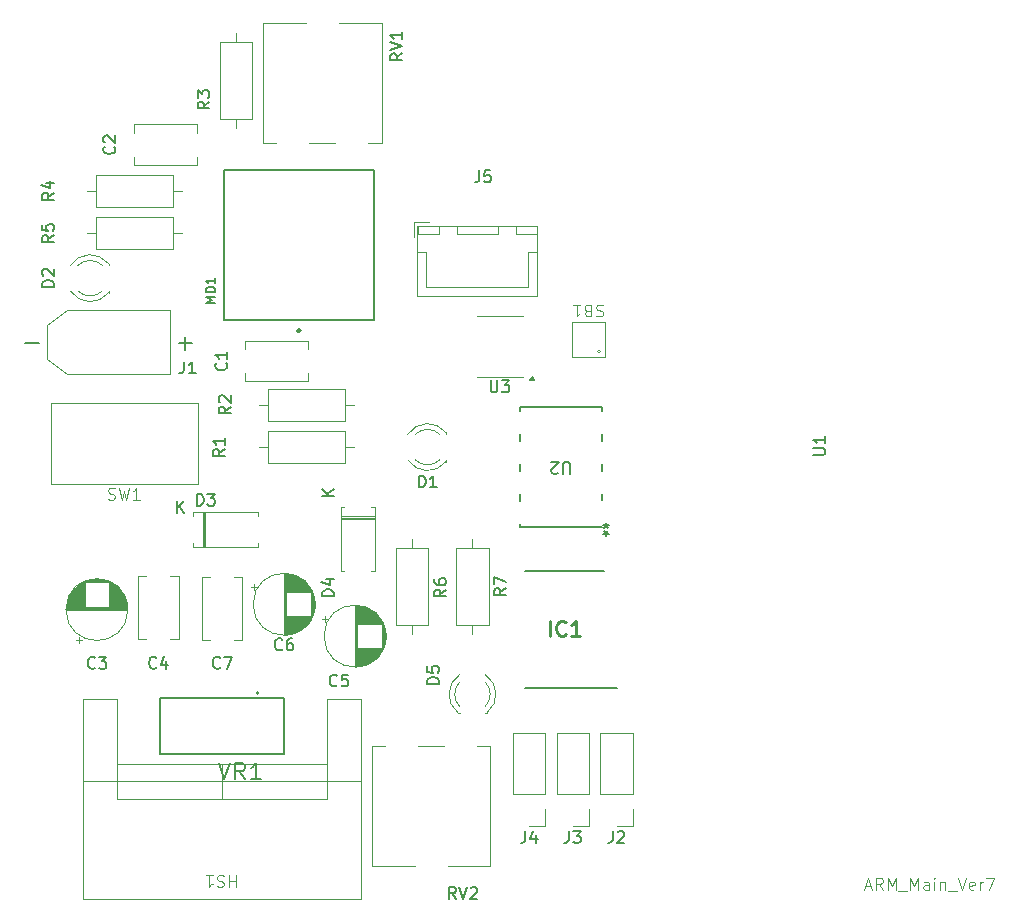
<source format=gbr>
%TF.GenerationSoftware,KiCad,Pcbnew,9.0.4*%
%TF.CreationDate,2025-09-09T23:04:06+09:00*%
%TF.ProjectId,Arm_Main,41726d5f-4d61-4696-9e2e-6b696361645f,rev?*%
%TF.SameCoordinates,Original*%
%TF.FileFunction,Legend,Top*%
%TF.FilePolarity,Positive*%
%FSLAX46Y46*%
G04 Gerber Fmt 4.6, Leading zero omitted, Abs format (unit mm)*
G04 Created by KiCad (PCBNEW 9.0.4) date 2025-09-09 23:04:06*
%MOMM*%
%LPD*%
G01*
G04 APERTURE LIST*
%ADD10C,0.100000*%
%ADD11C,0.150000*%
%ADD12C,0.254000*%
%ADD13C,0.120000*%
%ADD14C,0.250000*%
%ADD15C,0.152400*%
%ADD16C,0.200000*%
%ADD17C,0.127000*%
G04 APERTURE END LIST*
D10*
X186856265Y-135886704D02*
X187332455Y-135886704D01*
X186761027Y-136172419D02*
X187094360Y-135172419D01*
X187094360Y-135172419D02*
X187427693Y-136172419D01*
X188332455Y-136172419D02*
X187999122Y-135696228D01*
X187761027Y-136172419D02*
X187761027Y-135172419D01*
X187761027Y-135172419D02*
X188141979Y-135172419D01*
X188141979Y-135172419D02*
X188237217Y-135220038D01*
X188237217Y-135220038D02*
X188284836Y-135267657D01*
X188284836Y-135267657D02*
X188332455Y-135362895D01*
X188332455Y-135362895D02*
X188332455Y-135505752D01*
X188332455Y-135505752D02*
X188284836Y-135600990D01*
X188284836Y-135600990D02*
X188237217Y-135648609D01*
X188237217Y-135648609D02*
X188141979Y-135696228D01*
X188141979Y-135696228D02*
X187761027Y-135696228D01*
X188761027Y-136172419D02*
X188761027Y-135172419D01*
X188761027Y-135172419D02*
X189094360Y-135886704D01*
X189094360Y-135886704D02*
X189427693Y-135172419D01*
X189427693Y-135172419D02*
X189427693Y-136172419D01*
X189665789Y-136267657D02*
X190427693Y-136267657D01*
X190665789Y-136172419D02*
X190665789Y-135172419D01*
X190665789Y-135172419D02*
X190999122Y-135886704D01*
X190999122Y-135886704D02*
X191332455Y-135172419D01*
X191332455Y-135172419D02*
X191332455Y-136172419D01*
X192237217Y-136172419D02*
X192237217Y-135648609D01*
X192237217Y-135648609D02*
X192189598Y-135553371D01*
X192189598Y-135553371D02*
X192094360Y-135505752D01*
X192094360Y-135505752D02*
X191903884Y-135505752D01*
X191903884Y-135505752D02*
X191808646Y-135553371D01*
X192237217Y-136124800D02*
X192141979Y-136172419D01*
X192141979Y-136172419D02*
X191903884Y-136172419D01*
X191903884Y-136172419D02*
X191808646Y-136124800D01*
X191808646Y-136124800D02*
X191761027Y-136029561D01*
X191761027Y-136029561D02*
X191761027Y-135934323D01*
X191761027Y-135934323D02*
X191808646Y-135839085D01*
X191808646Y-135839085D02*
X191903884Y-135791466D01*
X191903884Y-135791466D02*
X192141979Y-135791466D01*
X192141979Y-135791466D02*
X192237217Y-135743847D01*
X192713408Y-136172419D02*
X192713408Y-135505752D01*
X192713408Y-135172419D02*
X192665789Y-135220038D01*
X192665789Y-135220038D02*
X192713408Y-135267657D01*
X192713408Y-135267657D02*
X192761027Y-135220038D01*
X192761027Y-135220038D02*
X192713408Y-135172419D01*
X192713408Y-135172419D02*
X192713408Y-135267657D01*
X193189598Y-135505752D02*
X193189598Y-136172419D01*
X193189598Y-135600990D02*
X193237217Y-135553371D01*
X193237217Y-135553371D02*
X193332455Y-135505752D01*
X193332455Y-135505752D02*
X193475312Y-135505752D01*
X193475312Y-135505752D02*
X193570550Y-135553371D01*
X193570550Y-135553371D02*
X193618169Y-135648609D01*
X193618169Y-135648609D02*
X193618169Y-136172419D01*
X193856265Y-136267657D02*
X194618169Y-136267657D01*
X194713408Y-135172419D02*
X195046741Y-136172419D01*
X195046741Y-136172419D02*
X195380074Y-135172419D01*
X196094360Y-136124800D02*
X195999122Y-136172419D01*
X195999122Y-136172419D02*
X195808646Y-136172419D01*
X195808646Y-136172419D02*
X195713408Y-136124800D01*
X195713408Y-136124800D02*
X195665789Y-136029561D01*
X195665789Y-136029561D02*
X195665789Y-135648609D01*
X195665789Y-135648609D02*
X195713408Y-135553371D01*
X195713408Y-135553371D02*
X195808646Y-135505752D01*
X195808646Y-135505752D02*
X195999122Y-135505752D01*
X195999122Y-135505752D02*
X196094360Y-135553371D01*
X196094360Y-135553371D02*
X196141979Y-135648609D01*
X196141979Y-135648609D02*
X196141979Y-135743847D01*
X196141979Y-135743847D02*
X195665789Y-135839085D01*
X196570551Y-136172419D02*
X196570551Y-135505752D01*
X196570551Y-135696228D02*
X196618170Y-135600990D01*
X196618170Y-135600990D02*
X196665789Y-135553371D01*
X196665789Y-135553371D02*
X196761027Y-135505752D01*
X196761027Y-135505752D02*
X196856265Y-135505752D01*
X197094361Y-135172419D02*
X197761027Y-135172419D01*
X197761027Y-135172419D02*
X197332456Y-136172419D01*
D11*
X118154819Y-85138094D02*
X117154819Y-85138094D01*
X117154819Y-85138094D02*
X117154819Y-84899999D01*
X117154819Y-84899999D02*
X117202438Y-84757142D01*
X117202438Y-84757142D02*
X117297676Y-84661904D01*
X117297676Y-84661904D02*
X117392914Y-84614285D01*
X117392914Y-84614285D02*
X117583390Y-84566666D01*
X117583390Y-84566666D02*
X117726247Y-84566666D01*
X117726247Y-84566666D02*
X117916723Y-84614285D01*
X117916723Y-84614285D02*
X118011961Y-84661904D01*
X118011961Y-84661904D02*
X118107200Y-84757142D01*
X118107200Y-84757142D02*
X118154819Y-84899999D01*
X118154819Y-84899999D02*
X118154819Y-85138094D01*
X117250057Y-84185713D02*
X117202438Y-84138094D01*
X117202438Y-84138094D02*
X117154819Y-84042856D01*
X117154819Y-84042856D02*
X117154819Y-83804761D01*
X117154819Y-83804761D02*
X117202438Y-83709523D01*
X117202438Y-83709523D02*
X117250057Y-83661904D01*
X117250057Y-83661904D02*
X117345295Y-83614285D01*
X117345295Y-83614285D02*
X117440533Y-83614285D01*
X117440533Y-83614285D02*
X117583390Y-83661904D01*
X117583390Y-83661904D02*
X118154819Y-84233332D01*
X118154819Y-84233332D02*
X118154819Y-83614285D01*
X154166666Y-75279819D02*
X154166666Y-75994104D01*
X154166666Y-75994104D02*
X154119047Y-76136961D01*
X154119047Y-76136961D02*
X154023809Y-76232200D01*
X154023809Y-76232200D02*
X153880952Y-76279819D01*
X153880952Y-76279819D02*
X153785714Y-76279819D01*
X155119047Y-75279819D02*
X154642857Y-75279819D01*
X154642857Y-75279819D02*
X154595238Y-75756009D01*
X154595238Y-75756009D02*
X154642857Y-75708390D01*
X154642857Y-75708390D02*
X154738095Y-75660771D01*
X154738095Y-75660771D02*
X154976190Y-75660771D01*
X154976190Y-75660771D02*
X155071428Y-75708390D01*
X155071428Y-75708390D02*
X155119047Y-75756009D01*
X155119047Y-75756009D02*
X155166666Y-75851247D01*
X155166666Y-75851247D02*
X155166666Y-76089342D01*
X155166666Y-76089342D02*
X155119047Y-76184580D01*
X155119047Y-76184580D02*
X155071428Y-76232200D01*
X155071428Y-76232200D02*
X154976190Y-76279819D01*
X154976190Y-76279819D02*
X154738095Y-76279819D01*
X154738095Y-76279819D02*
X154642857Y-76232200D01*
X154642857Y-76232200D02*
X154595238Y-76184580D01*
X132731580Y-91580666D02*
X132779200Y-91628285D01*
X132779200Y-91628285D02*
X132826819Y-91771142D01*
X132826819Y-91771142D02*
X132826819Y-91866380D01*
X132826819Y-91866380D02*
X132779200Y-92009237D01*
X132779200Y-92009237D02*
X132683961Y-92104475D01*
X132683961Y-92104475D02*
X132588723Y-92152094D01*
X132588723Y-92152094D02*
X132398247Y-92199713D01*
X132398247Y-92199713D02*
X132255390Y-92199713D01*
X132255390Y-92199713D02*
X132064914Y-92152094D01*
X132064914Y-92152094D02*
X131969676Y-92104475D01*
X131969676Y-92104475D02*
X131874438Y-92009237D01*
X131874438Y-92009237D02*
X131826819Y-91866380D01*
X131826819Y-91866380D02*
X131826819Y-91771142D01*
X131826819Y-91771142D02*
X131874438Y-91628285D01*
X131874438Y-91628285D02*
X131922057Y-91580666D01*
X132826819Y-90628285D02*
X132826819Y-91199713D01*
X132826819Y-90913999D02*
X131826819Y-90913999D01*
X131826819Y-90913999D02*
X131969676Y-91009237D01*
X131969676Y-91009237D02*
X132064914Y-91104475D01*
X132064914Y-91104475D02*
X132112533Y-91199713D01*
D10*
X122766667Y-103109800D02*
X122909524Y-103157419D01*
X122909524Y-103157419D02*
X123147619Y-103157419D01*
X123147619Y-103157419D02*
X123242857Y-103109800D01*
X123242857Y-103109800D02*
X123290476Y-103062180D01*
X123290476Y-103062180D02*
X123338095Y-102966942D01*
X123338095Y-102966942D02*
X123338095Y-102871704D01*
X123338095Y-102871704D02*
X123290476Y-102776466D01*
X123290476Y-102776466D02*
X123242857Y-102728847D01*
X123242857Y-102728847D02*
X123147619Y-102681228D01*
X123147619Y-102681228D02*
X122957143Y-102633609D01*
X122957143Y-102633609D02*
X122861905Y-102585990D01*
X122861905Y-102585990D02*
X122814286Y-102538371D01*
X122814286Y-102538371D02*
X122766667Y-102443133D01*
X122766667Y-102443133D02*
X122766667Y-102347895D01*
X122766667Y-102347895D02*
X122814286Y-102252657D01*
X122814286Y-102252657D02*
X122861905Y-102205038D01*
X122861905Y-102205038D02*
X122957143Y-102157419D01*
X122957143Y-102157419D02*
X123195238Y-102157419D01*
X123195238Y-102157419D02*
X123338095Y-102205038D01*
X123671429Y-102157419D02*
X123909524Y-103157419D01*
X123909524Y-103157419D02*
X124100000Y-102443133D01*
X124100000Y-102443133D02*
X124290476Y-103157419D01*
X124290476Y-103157419D02*
X124528572Y-102157419D01*
X125433333Y-103157419D02*
X124861905Y-103157419D01*
X125147619Y-103157419D02*
X125147619Y-102157419D01*
X125147619Y-102157419D02*
X125052381Y-102300276D01*
X125052381Y-102300276D02*
X124957143Y-102395514D01*
X124957143Y-102395514D02*
X124861905Y-102443133D01*
D11*
X150754819Y-118738094D02*
X149754819Y-118738094D01*
X149754819Y-118738094D02*
X149754819Y-118499999D01*
X149754819Y-118499999D02*
X149802438Y-118357142D01*
X149802438Y-118357142D02*
X149897676Y-118261904D01*
X149897676Y-118261904D02*
X149992914Y-118214285D01*
X149992914Y-118214285D02*
X150183390Y-118166666D01*
X150183390Y-118166666D02*
X150326247Y-118166666D01*
X150326247Y-118166666D02*
X150516723Y-118214285D01*
X150516723Y-118214285D02*
X150611961Y-118261904D01*
X150611961Y-118261904D02*
X150707200Y-118357142D01*
X150707200Y-118357142D02*
X150754819Y-118499999D01*
X150754819Y-118499999D02*
X150754819Y-118738094D01*
X149754819Y-117261904D02*
X149754819Y-117738094D01*
X149754819Y-117738094D02*
X150231009Y-117785713D01*
X150231009Y-117785713D02*
X150183390Y-117738094D01*
X150183390Y-117738094D02*
X150135771Y-117642856D01*
X150135771Y-117642856D02*
X150135771Y-117404761D01*
X150135771Y-117404761D02*
X150183390Y-117309523D01*
X150183390Y-117309523D02*
X150231009Y-117261904D01*
X150231009Y-117261904D02*
X150326247Y-117214285D01*
X150326247Y-117214285D02*
X150564342Y-117214285D01*
X150564342Y-117214285D02*
X150659580Y-117261904D01*
X150659580Y-117261904D02*
X150707200Y-117309523D01*
X150707200Y-117309523D02*
X150754819Y-117404761D01*
X150754819Y-117404761D02*
X150754819Y-117642856D01*
X150754819Y-117642856D02*
X150707200Y-117738094D01*
X150707200Y-117738094D02*
X150659580Y-117785713D01*
X141854819Y-111328094D02*
X140854819Y-111328094D01*
X140854819Y-111328094D02*
X140854819Y-111089999D01*
X140854819Y-111089999D02*
X140902438Y-110947142D01*
X140902438Y-110947142D02*
X140997676Y-110851904D01*
X140997676Y-110851904D02*
X141092914Y-110804285D01*
X141092914Y-110804285D02*
X141283390Y-110756666D01*
X141283390Y-110756666D02*
X141426247Y-110756666D01*
X141426247Y-110756666D02*
X141616723Y-110804285D01*
X141616723Y-110804285D02*
X141711961Y-110851904D01*
X141711961Y-110851904D02*
X141807200Y-110947142D01*
X141807200Y-110947142D02*
X141854819Y-111089999D01*
X141854819Y-111089999D02*
X141854819Y-111328094D01*
X141188152Y-109899523D02*
X141854819Y-109899523D01*
X140807200Y-110137618D02*
X141521485Y-110375713D01*
X141521485Y-110375713D02*
X141521485Y-109756666D01*
X141854819Y-102851904D02*
X140854819Y-102851904D01*
X141854819Y-102280476D02*
X141283390Y-102709047D01*
X140854819Y-102280476D02*
X141426247Y-102851904D01*
X118154819Y-77166666D02*
X117678628Y-77499999D01*
X118154819Y-77738094D02*
X117154819Y-77738094D01*
X117154819Y-77738094D02*
X117154819Y-77357142D01*
X117154819Y-77357142D02*
X117202438Y-77261904D01*
X117202438Y-77261904D02*
X117250057Y-77214285D01*
X117250057Y-77214285D02*
X117345295Y-77166666D01*
X117345295Y-77166666D02*
X117488152Y-77166666D01*
X117488152Y-77166666D02*
X117583390Y-77214285D01*
X117583390Y-77214285D02*
X117631009Y-77261904D01*
X117631009Y-77261904D02*
X117678628Y-77357142D01*
X117678628Y-77357142D02*
X117678628Y-77738094D01*
X117488152Y-76309523D02*
X118154819Y-76309523D01*
X117107200Y-76547618D02*
X117821485Y-76785713D01*
X117821485Y-76785713D02*
X117821485Y-76166666D01*
X129166666Y-91454819D02*
X129166666Y-92169104D01*
X129166666Y-92169104D02*
X129119047Y-92311961D01*
X129119047Y-92311961D02*
X129023809Y-92407200D01*
X129023809Y-92407200D02*
X128880952Y-92454819D01*
X128880952Y-92454819D02*
X128785714Y-92454819D01*
X130166666Y-92454819D02*
X129595238Y-92454819D01*
X129880952Y-92454819D02*
X129880952Y-91454819D01*
X129880952Y-91454819D02*
X129785714Y-91597676D01*
X129785714Y-91597676D02*
X129690476Y-91692914D01*
X129690476Y-91692914D02*
X129595238Y-91740533D01*
X115728571Y-89914700D02*
X116871429Y-89914700D01*
X128728571Y-89914700D02*
X129871429Y-89914700D01*
X129300000Y-90486128D02*
X129300000Y-89343271D01*
X118154819Y-80766666D02*
X117678628Y-81099999D01*
X118154819Y-81338094D02*
X117154819Y-81338094D01*
X117154819Y-81338094D02*
X117154819Y-80957142D01*
X117154819Y-80957142D02*
X117202438Y-80861904D01*
X117202438Y-80861904D02*
X117250057Y-80814285D01*
X117250057Y-80814285D02*
X117345295Y-80766666D01*
X117345295Y-80766666D02*
X117488152Y-80766666D01*
X117488152Y-80766666D02*
X117583390Y-80814285D01*
X117583390Y-80814285D02*
X117631009Y-80861904D01*
X117631009Y-80861904D02*
X117678628Y-80957142D01*
X117678628Y-80957142D02*
X117678628Y-81338094D01*
X117154819Y-79861904D02*
X117154819Y-80338094D01*
X117154819Y-80338094D02*
X117631009Y-80385713D01*
X117631009Y-80385713D02*
X117583390Y-80338094D01*
X117583390Y-80338094D02*
X117535771Y-80242856D01*
X117535771Y-80242856D02*
X117535771Y-80004761D01*
X117535771Y-80004761D02*
X117583390Y-79909523D01*
X117583390Y-79909523D02*
X117631009Y-79861904D01*
X117631009Y-79861904D02*
X117726247Y-79814285D01*
X117726247Y-79814285D02*
X117964342Y-79814285D01*
X117964342Y-79814285D02*
X118059580Y-79861904D01*
X118059580Y-79861904D02*
X118107200Y-79909523D01*
X118107200Y-79909523D02*
X118154819Y-80004761D01*
X118154819Y-80004761D02*
X118154819Y-80242856D01*
X118154819Y-80242856D02*
X118107200Y-80338094D01*
X118107200Y-80338094D02*
X118059580Y-80385713D01*
X131806467Y-86481121D02*
X131019065Y-86481121D01*
X131019065Y-86481121D02*
X131581495Y-86218654D01*
X131581495Y-86218654D02*
X131019065Y-85956186D01*
X131019065Y-85956186D02*
X131806467Y-85956186D01*
X131806467Y-85581233D02*
X131019065Y-85581233D01*
X131019065Y-85581233D02*
X131019065Y-85393756D01*
X131019065Y-85393756D02*
X131056560Y-85281270D01*
X131056560Y-85281270D02*
X131131551Y-85206280D01*
X131131551Y-85206280D02*
X131206542Y-85168784D01*
X131206542Y-85168784D02*
X131356523Y-85131289D01*
X131356523Y-85131289D02*
X131469009Y-85131289D01*
X131469009Y-85131289D02*
X131618990Y-85168784D01*
X131618990Y-85168784D02*
X131693981Y-85206280D01*
X131693981Y-85206280D02*
X131768972Y-85281270D01*
X131768972Y-85281270D02*
X131806467Y-85393756D01*
X131806467Y-85393756D02*
X131806467Y-85581233D01*
X131806467Y-84381382D02*
X131806467Y-84831326D01*
X131806467Y-84606354D02*
X131019065Y-84606354D01*
X131019065Y-84606354D02*
X131131551Y-84681345D01*
X131131551Y-84681345D02*
X131206542Y-84756336D01*
X131206542Y-84756336D02*
X131244037Y-84831326D01*
X132233333Y-117359580D02*
X132185714Y-117407200D01*
X132185714Y-117407200D02*
X132042857Y-117454819D01*
X132042857Y-117454819D02*
X131947619Y-117454819D01*
X131947619Y-117454819D02*
X131804762Y-117407200D01*
X131804762Y-117407200D02*
X131709524Y-117311961D01*
X131709524Y-117311961D02*
X131661905Y-117216723D01*
X131661905Y-117216723D02*
X131614286Y-117026247D01*
X131614286Y-117026247D02*
X131614286Y-116883390D01*
X131614286Y-116883390D02*
X131661905Y-116692914D01*
X131661905Y-116692914D02*
X131709524Y-116597676D01*
X131709524Y-116597676D02*
X131804762Y-116502438D01*
X131804762Y-116502438D02*
X131947619Y-116454819D01*
X131947619Y-116454819D02*
X132042857Y-116454819D01*
X132042857Y-116454819D02*
X132185714Y-116502438D01*
X132185714Y-116502438D02*
X132233333Y-116550057D01*
X132566667Y-116454819D02*
X133233333Y-116454819D01*
X133233333Y-116454819D02*
X132804762Y-117454819D01*
X151354819Y-110766666D02*
X150878628Y-111099999D01*
X151354819Y-111338094D02*
X150354819Y-111338094D01*
X150354819Y-111338094D02*
X150354819Y-110957142D01*
X150354819Y-110957142D02*
X150402438Y-110861904D01*
X150402438Y-110861904D02*
X150450057Y-110814285D01*
X150450057Y-110814285D02*
X150545295Y-110766666D01*
X150545295Y-110766666D02*
X150688152Y-110766666D01*
X150688152Y-110766666D02*
X150783390Y-110814285D01*
X150783390Y-110814285D02*
X150831009Y-110861904D01*
X150831009Y-110861904D02*
X150878628Y-110957142D01*
X150878628Y-110957142D02*
X150878628Y-111338094D01*
X150354819Y-109909523D02*
X150354819Y-110099999D01*
X150354819Y-110099999D02*
X150402438Y-110195237D01*
X150402438Y-110195237D02*
X150450057Y-110242856D01*
X150450057Y-110242856D02*
X150592914Y-110338094D01*
X150592914Y-110338094D02*
X150783390Y-110385713D01*
X150783390Y-110385713D02*
X151164342Y-110385713D01*
X151164342Y-110385713D02*
X151259580Y-110338094D01*
X151259580Y-110338094D02*
X151307200Y-110290475D01*
X151307200Y-110290475D02*
X151354819Y-110195237D01*
X151354819Y-110195237D02*
X151354819Y-110004761D01*
X151354819Y-110004761D02*
X151307200Y-109909523D01*
X151307200Y-109909523D02*
X151259580Y-109861904D01*
X151259580Y-109861904D02*
X151164342Y-109814285D01*
X151164342Y-109814285D02*
X150926247Y-109814285D01*
X150926247Y-109814285D02*
X150831009Y-109861904D01*
X150831009Y-109861904D02*
X150783390Y-109909523D01*
X150783390Y-109909523D02*
X150735771Y-110004761D01*
X150735771Y-110004761D02*
X150735771Y-110195237D01*
X150735771Y-110195237D02*
X150783390Y-110290475D01*
X150783390Y-110290475D02*
X150831009Y-110338094D01*
X150831009Y-110338094D02*
X150926247Y-110385713D01*
X123259580Y-73266666D02*
X123307200Y-73314285D01*
X123307200Y-73314285D02*
X123354819Y-73457142D01*
X123354819Y-73457142D02*
X123354819Y-73552380D01*
X123354819Y-73552380D02*
X123307200Y-73695237D01*
X123307200Y-73695237D02*
X123211961Y-73790475D01*
X123211961Y-73790475D02*
X123116723Y-73838094D01*
X123116723Y-73838094D02*
X122926247Y-73885713D01*
X122926247Y-73885713D02*
X122783390Y-73885713D01*
X122783390Y-73885713D02*
X122592914Y-73838094D01*
X122592914Y-73838094D02*
X122497676Y-73790475D01*
X122497676Y-73790475D02*
X122402438Y-73695237D01*
X122402438Y-73695237D02*
X122354819Y-73552380D01*
X122354819Y-73552380D02*
X122354819Y-73457142D01*
X122354819Y-73457142D02*
X122402438Y-73314285D01*
X122402438Y-73314285D02*
X122450057Y-73266666D01*
X122450057Y-72885713D02*
X122402438Y-72838094D01*
X122402438Y-72838094D02*
X122354819Y-72742856D01*
X122354819Y-72742856D02*
X122354819Y-72504761D01*
X122354819Y-72504761D02*
X122402438Y-72409523D01*
X122402438Y-72409523D02*
X122450057Y-72361904D01*
X122450057Y-72361904D02*
X122545295Y-72314285D01*
X122545295Y-72314285D02*
X122640533Y-72314285D01*
X122640533Y-72314285D02*
X122783390Y-72361904D01*
X122783390Y-72361904D02*
X123354819Y-72933332D01*
X123354819Y-72933332D02*
X123354819Y-72314285D01*
X132606819Y-98880666D02*
X132130628Y-99213999D01*
X132606819Y-99452094D02*
X131606819Y-99452094D01*
X131606819Y-99452094D02*
X131606819Y-99071142D01*
X131606819Y-99071142D02*
X131654438Y-98975904D01*
X131654438Y-98975904D02*
X131702057Y-98928285D01*
X131702057Y-98928285D02*
X131797295Y-98880666D01*
X131797295Y-98880666D02*
X131940152Y-98880666D01*
X131940152Y-98880666D02*
X132035390Y-98928285D01*
X132035390Y-98928285D02*
X132083009Y-98975904D01*
X132083009Y-98975904D02*
X132130628Y-99071142D01*
X132130628Y-99071142D02*
X132130628Y-99452094D01*
X132606819Y-97928285D02*
X132606819Y-98499713D01*
X132606819Y-98213999D02*
X131606819Y-98213999D01*
X131606819Y-98213999D02*
X131749676Y-98309237D01*
X131749676Y-98309237D02*
X131844914Y-98404475D01*
X131844914Y-98404475D02*
X131892533Y-98499713D01*
X149061905Y-102114819D02*
X149061905Y-101114819D01*
X149061905Y-101114819D02*
X149300000Y-101114819D01*
X149300000Y-101114819D02*
X149442857Y-101162438D01*
X149442857Y-101162438D02*
X149538095Y-101257676D01*
X149538095Y-101257676D02*
X149585714Y-101352914D01*
X149585714Y-101352914D02*
X149633333Y-101543390D01*
X149633333Y-101543390D02*
X149633333Y-101686247D01*
X149633333Y-101686247D02*
X149585714Y-101876723D01*
X149585714Y-101876723D02*
X149538095Y-101971961D01*
X149538095Y-101971961D02*
X149442857Y-102067200D01*
X149442857Y-102067200D02*
X149300000Y-102114819D01*
X149300000Y-102114819D02*
X149061905Y-102114819D01*
X150585714Y-102114819D02*
X150014286Y-102114819D01*
X150300000Y-102114819D02*
X150300000Y-101114819D01*
X150300000Y-101114819D02*
X150204762Y-101257676D01*
X150204762Y-101257676D02*
X150109524Y-101352914D01*
X150109524Y-101352914D02*
X150014286Y-101400533D01*
X155138095Y-93054819D02*
X155138095Y-93864342D01*
X155138095Y-93864342D02*
X155185714Y-93959580D01*
X155185714Y-93959580D02*
X155233333Y-94007200D01*
X155233333Y-94007200D02*
X155328571Y-94054819D01*
X155328571Y-94054819D02*
X155519047Y-94054819D01*
X155519047Y-94054819D02*
X155614285Y-94007200D01*
X155614285Y-94007200D02*
X155661904Y-93959580D01*
X155661904Y-93959580D02*
X155709523Y-93864342D01*
X155709523Y-93864342D02*
X155709523Y-93054819D01*
X156090476Y-93054819D02*
X156709523Y-93054819D01*
X156709523Y-93054819D02*
X156376190Y-93435771D01*
X156376190Y-93435771D02*
X156519047Y-93435771D01*
X156519047Y-93435771D02*
X156614285Y-93483390D01*
X156614285Y-93483390D02*
X156661904Y-93531009D01*
X156661904Y-93531009D02*
X156709523Y-93626247D01*
X156709523Y-93626247D02*
X156709523Y-93864342D01*
X156709523Y-93864342D02*
X156661904Y-93959580D01*
X156661904Y-93959580D02*
X156614285Y-94007200D01*
X156614285Y-94007200D02*
X156519047Y-94054819D01*
X156519047Y-94054819D02*
X156233333Y-94054819D01*
X156233333Y-94054819D02*
X156138095Y-94007200D01*
X156138095Y-94007200D02*
X156090476Y-93959580D01*
X152204761Y-136954819D02*
X151871428Y-136478628D01*
X151633333Y-136954819D02*
X151633333Y-135954819D01*
X151633333Y-135954819D02*
X152014285Y-135954819D01*
X152014285Y-135954819D02*
X152109523Y-136002438D01*
X152109523Y-136002438D02*
X152157142Y-136050057D01*
X152157142Y-136050057D02*
X152204761Y-136145295D01*
X152204761Y-136145295D02*
X152204761Y-136288152D01*
X152204761Y-136288152D02*
X152157142Y-136383390D01*
X152157142Y-136383390D02*
X152109523Y-136431009D01*
X152109523Y-136431009D02*
X152014285Y-136478628D01*
X152014285Y-136478628D02*
X151633333Y-136478628D01*
X152490476Y-135954819D02*
X152823809Y-136954819D01*
X152823809Y-136954819D02*
X153157142Y-135954819D01*
X153442857Y-136050057D02*
X153490476Y-136002438D01*
X153490476Y-136002438D02*
X153585714Y-135954819D01*
X153585714Y-135954819D02*
X153823809Y-135954819D01*
X153823809Y-135954819D02*
X153919047Y-136002438D01*
X153919047Y-136002438D02*
X153966666Y-136050057D01*
X153966666Y-136050057D02*
X154014285Y-136145295D01*
X154014285Y-136145295D02*
X154014285Y-136240533D01*
X154014285Y-136240533D02*
X153966666Y-136383390D01*
X153966666Y-136383390D02*
X153395238Y-136954819D01*
X153395238Y-136954819D02*
X154014285Y-136954819D01*
X133126819Y-95280666D02*
X132650628Y-95613999D01*
X133126819Y-95852094D02*
X132126819Y-95852094D01*
X132126819Y-95852094D02*
X132126819Y-95471142D01*
X132126819Y-95471142D02*
X132174438Y-95375904D01*
X132174438Y-95375904D02*
X132222057Y-95328285D01*
X132222057Y-95328285D02*
X132317295Y-95280666D01*
X132317295Y-95280666D02*
X132460152Y-95280666D01*
X132460152Y-95280666D02*
X132555390Y-95328285D01*
X132555390Y-95328285D02*
X132603009Y-95375904D01*
X132603009Y-95375904D02*
X132650628Y-95471142D01*
X132650628Y-95471142D02*
X132650628Y-95852094D01*
X132222057Y-94899713D02*
X132174438Y-94852094D01*
X132174438Y-94852094D02*
X132126819Y-94756856D01*
X132126819Y-94756856D02*
X132126819Y-94518761D01*
X132126819Y-94518761D02*
X132174438Y-94423523D01*
X132174438Y-94423523D02*
X132222057Y-94375904D01*
X132222057Y-94375904D02*
X132317295Y-94328285D01*
X132317295Y-94328285D02*
X132412533Y-94328285D01*
X132412533Y-94328285D02*
X132555390Y-94375904D01*
X132555390Y-94375904D02*
X133126819Y-94947332D01*
X133126819Y-94947332D02*
X133126819Y-94328285D01*
X161851904Y-100955180D02*
X161851904Y-100145657D01*
X161851904Y-100145657D02*
X161804285Y-100050419D01*
X161804285Y-100050419D02*
X161756666Y-100002800D01*
X161756666Y-100002800D02*
X161661428Y-99955180D01*
X161661428Y-99955180D02*
X161470952Y-99955180D01*
X161470952Y-99955180D02*
X161375714Y-100002800D01*
X161375714Y-100002800D02*
X161328095Y-100050419D01*
X161328095Y-100050419D02*
X161280476Y-100145657D01*
X161280476Y-100145657D02*
X161280476Y-100955180D01*
X160851904Y-100859942D02*
X160804285Y-100907561D01*
X160804285Y-100907561D02*
X160709047Y-100955180D01*
X160709047Y-100955180D02*
X160470952Y-100955180D01*
X160470952Y-100955180D02*
X160375714Y-100907561D01*
X160375714Y-100907561D02*
X160328095Y-100859942D01*
X160328095Y-100859942D02*
X160280476Y-100764704D01*
X160280476Y-100764704D02*
X160280476Y-100669466D01*
X160280476Y-100669466D02*
X160328095Y-100526609D01*
X160328095Y-100526609D02*
X160899523Y-99955180D01*
X160899523Y-99955180D02*
X160280476Y-99955180D01*
X164900000Y-105122619D02*
X164900000Y-105360714D01*
X164661905Y-105265476D02*
X164900000Y-105360714D01*
X164900000Y-105360714D02*
X165138095Y-105265476D01*
X164757143Y-105551190D02*
X164900000Y-105360714D01*
X164900000Y-105360714D02*
X165042857Y-105551190D01*
X164899999Y-106212980D02*
X164899999Y-105974885D01*
X165138094Y-106070123D02*
X164899999Y-105974885D01*
X164899999Y-105974885D02*
X164661904Y-106070123D01*
X165042856Y-105784409D02*
X164899999Y-105974885D01*
X164899999Y-105974885D02*
X164757142Y-105784409D01*
D12*
X160150237Y-114684318D02*
X160150237Y-113414318D01*
X161480714Y-114563365D02*
X161420238Y-114623842D01*
X161420238Y-114623842D02*
X161238809Y-114684318D01*
X161238809Y-114684318D02*
X161117857Y-114684318D01*
X161117857Y-114684318D02*
X160936428Y-114623842D01*
X160936428Y-114623842D02*
X160815476Y-114502889D01*
X160815476Y-114502889D02*
X160754999Y-114381937D01*
X160754999Y-114381937D02*
X160694523Y-114140032D01*
X160694523Y-114140032D02*
X160694523Y-113958603D01*
X160694523Y-113958603D02*
X160754999Y-113716699D01*
X160754999Y-113716699D02*
X160815476Y-113595746D01*
X160815476Y-113595746D02*
X160936428Y-113474794D01*
X160936428Y-113474794D02*
X161117857Y-113414318D01*
X161117857Y-113414318D02*
X161238809Y-113414318D01*
X161238809Y-113414318D02*
X161420238Y-113474794D01*
X161420238Y-113474794D02*
X161480714Y-113535270D01*
X162690238Y-114684318D02*
X161964523Y-114684318D01*
X162327380Y-114684318D02*
X162327380Y-113414318D01*
X162327380Y-113414318D02*
X162206428Y-113595746D01*
X162206428Y-113595746D02*
X162085476Y-113716699D01*
X162085476Y-113716699D02*
X161964523Y-113777175D01*
D10*
X133543094Y-134942580D02*
X133543094Y-135942580D01*
X133543094Y-135466390D02*
X132971666Y-135466390D01*
X132971666Y-134942580D02*
X132971666Y-135942580D01*
X132543094Y-134990200D02*
X132400237Y-134942580D01*
X132400237Y-134942580D02*
X132162142Y-134942580D01*
X132162142Y-134942580D02*
X132066904Y-134990200D01*
X132066904Y-134990200D02*
X132019285Y-135037819D01*
X132019285Y-135037819D02*
X131971666Y-135133057D01*
X131971666Y-135133057D02*
X131971666Y-135228295D01*
X131971666Y-135228295D02*
X132019285Y-135323533D01*
X132019285Y-135323533D02*
X132066904Y-135371152D01*
X132066904Y-135371152D02*
X132162142Y-135418771D01*
X132162142Y-135418771D02*
X132352618Y-135466390D01*
X132352618Y-135466390D02*
X132447856Y-135514009D01*
X132447856Y-135514009D02*
X132495475Y-135561628D01*
X132495475Y-135561628D02*
X132543094Y-135656866D01*
X132543094Y-135656866D02*
X132543094Y-135752104D01*
X132543094Y-135752104D02*
X132495475Y-135847342D01*
X132495475Y-135847342D02*
X132447856Y-135894961D01*
X132447856Y-135894961D02*
X132352618Y-135942580D01*
X132352618Y-135942580D02*
X132114523Y-135942580D01*
X132114523Y-135942580D02*
X131971666Y-135894961D01*
X131019285Y-134942580D02*
X131590713Y-134942580D01*
X131304999Y-134942580D02*
X131304999Y-135942580D01*
X131304999Y-135942580D02*
X131400237Y-135799723D01*
X131400237Y-135799723D02*
X131495475Y-135704485D01*
X131495475Y-135704485D02*
X131590713Y-135656866D01*
D11*
X121633333Y-117364693D02*
X121585714Y-117412313D01*
X121585714Y-117412313D02*
X121442857Y-117459932D01*
X121442857Y-117459932D02*
X121347619Y-117459932D01*
X121347619Y-117459932D02*
X121204762Y-117412313D01*
X121204762Y-117412313D02*
X121109524Y-117317074D01*
X121109524Y-117317074D02*
X121061905Y-117221836D01*
X121061905Y-117221836D02*
X121014286Y-117031360D01*
X121014286Y-117031360D02*
X121014286Y-116888503D01*
X121014286Y-116888503D02*
X121061905Y-116698027D01*
X121061905Y-116698027D02*
X121109524Y-116602789D01*
X121109524Y-116602789D02*
X121204762Y-116507551D01*
X121204762Y-116507551D02*
X121347619Y-116459932D01*
X121347619Y-116459932D02*
X121442857Y-116459932D01*
X121442857Y-116459932D02*
X121585714Y-116507551D01*
X121585714Y-116507551D02*
X121633333Y-116555170D01*
X121966667Y-116459932D02*
X122585714Y-116459932D01*
X122585714Y-116459932D02*
X122252381Y-116840884D01*
X122252381Y-116840884D02*
X122395238Y-116840884D01*
X122395238Y-116840884D02*
X122490476Y-116888503D01*
X122490476Y-116888503D02*
X122538095Y-116936122D01*
X122538095Y-116936122D02*
X122585714Y-117031360D01*
X122585714Y-117031360D02*
X122585714Y-117269455D01*
X122585714Y-117269455D02*
X122538095Y-117364693D01*
X122538095Y-117364693D02*
X122490476Y-117412313D01*
X122490476Y-117412313D02*
X122395238Y-117459932D01*
X122395238Y-117459932D02*
X122109524Y-117459932D01*
X122109524Y-117459932D02*
X122014286Y-117412313D01*
X122014286Y-117412313D02*
X121966667Y-117364693D01*
X161766666Y-131214819D02*
X161766666Y-131929104D01*
X161766666Y-131929104D02*
X161719047Y-132071961D01*
X161719047Y-132071961D02*
X161623809Y-132167200D01*
X161623809Y-132167200D02*
X161480952Y-132214819D01*
X161480952Y-132214819D02*
X161385714Y-132214819D01*
X162147619Y-131214819D02*
X162766666Y-131214819D01*
X162766666Y-131214819D02*
X162433333Y-131595771D01*
X162433333Y-131595771D02*
X162576190Y-131595771D01*
X162576190Y-131595771D02*
X162671428Y-131643390D01*
X162671428Y-131643390D02*
X162719047Y-131691009D01*
X162719047Y-131691009D02*
X162766666Y-131786247D01*
X162766666Y-131786247D02*
X162766666Y-132024342D01*
X162766666Y-132024342D02*
X162719047Y-132119580D01*
X162719047Y-132119580D02*
X162671428Y-132167200D01*
X162671428Y-132167200D02*
X162576190Y-132214819D01*
X162576190Y-132214819D02*
X162290476Y-132214819D01*
X162290476Y-132214819D02*
X162195238Y-132167200D01*
X162195238Y-132167200D02*
X162147619Y-132119580D01*
X130261905Y-103654819D02*
X130261905Y-102654819D01*
X130261905Y-102654819D02*
X130500000Y-102654819D01*
X130500000Y-102654819D02*
X130642857Y-102702438D01*
X130642857Y-102702438D02*
X130738095Y-102797676D01*
X130738095Y-102797676D02*
X130785714Y-102892914D01*
X130785714Y-102892914D02*
X130833333Y-103083390D01*
X130833333Y-103083390D02*
X130833333Y-103226247D01*
X130833333Y-103226247D02*
X130785714Y-103416723D01*
X130785714Y-103416723D02*
X130738095Y-103511961D01*
X130738095Y-103511961D02*
X130642857Y-103607200D01*
X130642857Y-103607200D02*
X130500000Y-103654819D01*
X130500000Y-103654819D02*
X130261905Y-103654819D01*
X131166667Y-102654819D02*
X131785714Y-102654819D01*
X131785714Y-102654819D02*
X131452381Y-103035771D01*
X131452381Y-103035771D02*
X131595238Y-103035771D01*
X131595238Y-103035771D02*
X131690476Y-103083390D01*
X131690476Y-103083390D02*
X131738095Y-103131009D01*
X131738095Y-103131009D02*
X131785714Y-103226247D01*
X131785714Y-103226247D02*
X131785714Y-103464342D01*
X131785714Y-103464342D02*
X131738095Y-103559580D01*
X131738095Y-103559580D02*
X131690476Y-103607200D01*
X131690476Y-103607200D02*
X131595238Y-103654819D01*
X131595238Y-103654819D02*
X131309524Y-103654819D01*
X131309524Y-103654819D02*
X131214286Y-103607200D01*
X131214286Y-103607200D02*
X131166667Y-103559580D01*
X128618095Y-104254819D02*
X128618095Y-103254819D01*
X129189523Y-104254819D02*
X128760952Y-103683390D01*
X129189523Y-103254819D02*
X128618095Y-103826247D01*
X147654819Y-65375238D02*
X147178628Y-65708571D01*
X147654819Y-65946666D02*
X146654819Y-65946666D01*
X146654819Y-65946666D02*
X146654819Y-65565714D01*
X146654819Y-65565714D02*
X146702438Y-65470476D01*
X146702438Y-65470476D02*
X146750057Y-65422857D01*
X146750057Y-65422857D02*
X146845295Y-65375238D01*
X146845295Y-65375238D02*
X146988152Y-65375238D01*
X146988152Y-65375238D02*
X147083390Y-65422857D01*
X147083390Y-65422857D02*
X147131009Y-65470476D01*
X147131009Y-65470476D02*
X147178628Y-65565714D01*
X147178628Y-65565714D02*
X147178628Y-65946666D01*
X146654819Y-65089523D02*
X147654819Y-64756190D01*
X147654819Y-64756190D02*
X146654819Y-64422857D01*
X147654819Y-63565714D02*
X147654819Y-64137142D01*
X147654819Y-63851428D02*
X146654819Y-63851428D01*
X146654819Y-63851428D02*
X146797676Y-63946666D01*
X146797676Y-63946666D02*
X146892914Y-64041904D01*
X146892914Y-64041904D02*
X146940533Y-64137142D01*
X156424819Y-110666666D02*
X155948628Y-110999999D01*
X156424819Y-111238094D02*
X155424819Y-111238094D01*
X155424819Y-111238094D02*
X155424819Y-110857142D01*
X155424819Y-110857142D02*
X155472438Y-110761904D01*
X155472438Y-110761904D02*
X155520057Y-110714285D01*
X155520057Y-110714285D02*
X155615295Y-110666666D01*
X155615295Y-110666666D02*
X155758152Y-110666666D01*
X155758152Y-110666666D02*
X155853390Y-110714285D01*
X155853390Y-110714285D02*
X155901009Y-110761904D01*
X155901009Y-110761904D02*
X155948628Y-110857142D01*
X155948628Y-110857142D02*
X155948628Y-111238094D01*
X155424819Y-110333332D02*
X155424819Y-109666666D01*
X155424819Y-109666666D02*
X156424819Y-110095237D01*
X132126667Y-125428866D02*
X132593334Y-126828866D01*
X132593334Y-126828866D02*
X133060000Y-125428866D01*
X134326667Y-126828866D02*
X133860000Y-126162200D01*
X133526667Y-126828866D02*
X133526667Y-125428866D01*
X133526667Y-125428866D02*
X134060000Y-125428866D01*
X134060000Y-125428866D02*
X134193334Y-125495533D01*
X134193334Y-125495533D02*
X134260000Y-125562200D01*
X134260000Y-125562200D02*
X134326667Y-125695533D01*
X134326667Y-125695533D02*
X134326667Y-125895533D01*
X134326667Y-125895533D02*
X134260000Y-126028866D01*
X134260000Y-126028866D02*
X134193334Y-126095533D01*
X134193334Y-126095533D02*
X134060000Y-126162200D01*
X134060000Y-126162200D02*
X133526667Y-126162200D01*
X135660000Y-126828866D02*
X134860000Y-126828866D01*
X135260000Y-126828866D02*
X135260000Y-125428866D01*
X135260000Y-125428866D02*
X135126667Y-125628866D01*
X135126667Y-125628866D02*
X134993334Y-125762200D01*
X134993334Y-125762200D02*
X134860000Y-125828866D01*
X131324819Y-69446666D02*
X130848628Y-69779999D01*
X131324819Y-70018094D02*
X130324819Y-70018094D01*
X130324819Y-70018094D02*
X130324819Y-69637142D01*
X130324819Y-69637142D02*
X130372438Y-69541904D01*
X130372438Y-69541904D02*
X130420057Y-69494285D01*
X130420057Y-69494285D02*
X130515295Y-69446666D01*
X130515295Y-69446666D02*
X130658152Y-69446666D01*
X130658152Y-69446666D02*
X130753390Y-69494285D01*
X130753390Y-69494285D02*
X130801009Y-69541904D01*
X130801009Y-69541904D02*
X130848628Y-69637142D01*
X130848628Y-69637142D02*
X130848628Y-70018094D01*
X130324819Y-69113332D02*
X130324819Y-68494285D01*
X130324819Y-68494285D02*
X130705771Y-68827618D01*
X130705771Y-68827618D02*
X130705771Y-68684761D01*
X130705771Y-68684761D02*
X130753390Y-68589523D01*
X130753390Y-68589523D02*
X130801009Y-68541904D01*
X130801009Y-68541904D02*
X130896247Y-68494285D01*
X130896247Y-68494285D02*
X131134342Y-68494285D01*
X131134342Y-68494285D02*
X131229580Y-68541904D01*
X131229580Y-68541904D02*
X131277200Y-68589523D01*
X131277200Y-68589523D02*
X131324819Y-68684761D01*
X131324819Y-68684761D02*
X131324819Y-68970475D01*
X131324819Y-68970475D02*
X131277200Y-69065713D01*
X131277200Y-69065713D02*
X131229580Y-69113332D01*
D10*
X164661904Y-86690200D02*
X164519047Y-86642580D01*
X164519047Y-86642580D02*
X164280952Y-86642580D01*
X164280952Y-86642580D02*
X164185714Y-86690200D01*
X164185714Y-86690200D02*
X164138095Y-86737819D01*
X164138095Y-86737819D02*
X164090476Y-86833057D01*
X164090476Y-86833057D02*
X164090476Y-86928295D01*
X164090476Y-86928295D02*
X164138095Y-87023533D01*
X164138095Y-87023533D02*
X164185714Y-87071152D01*
X164185714Y-87071152D02*
X164280952Y-87118771D01*
X164280952Y-87118771D02*
X164471428Y-87166390D01*
X164471428Y-87166390D02*
X164566666Y-87214009D01*
X164566666Y-87214009D02*
X164614285Y-87261628D01*
X164614285Y-87261628D02*
X164661904Y-87356866D01*
X164661904Y-87356866D02*
X164661904Y-87452104D01*
X164661904Y-87452104D02*
X164614285Y-87547342D01*
X164614285Y-87547342D02*
X164566666Y-87594961D01*
X164566666Y-87594961D02*
X164471428Y-87642580D01*
X164471428Y-87642580D02*
X164233333Y-87642580D01*
X164233333Y-87642580D02*
X164090476Y-87594961D01*
X163328571Y-87166390D02*
X163185714Y-87118771D01*
X163185714Y-87118771D02*
X163138095Y-87071152D01*
X163138095Y-87071152D02*
X163090476Y-86975914D01*
X163090476Y-86975914D02*
X163090476Y-86833057D01*
X163090476Y-86833057D02*
X163138095Y-86737819D01*
X163138095Y-86737819D02*
X163185714Y-86690200D01*
X163185714Y-86690200D02*
X163280952Y-86642580D01*
X163280952Y-86642580D02*
X163661904Y-86642580D01*
X163661904Y-86642580D02*
X163661904Y-87642580D01*
X163661904Y-87642580D02*
X163328571Y-87642580D01*
X163328571Y-87642580D02*
X163233333Y-87594961D01*
X163233333Y-87594961D02*
X163185714Y-87547342D01*
X163185714Y-87547342D02*
X163138095Y-87452104D01*
X163138095Y-87452104D02*
X163138095Y-87356866D01*
X163138095Y-87356866D02*
X163185714Y-87261628D01*
X163185714Y-87261628D02*
X163233333Y-87214009D01*
X163233333Y-87214009D02*
X163328571Y-87166390D01*
X163328571Y-87166390D02*
X163661904Y-87166390D01*
X162138095Y-86642580D02*
X162709523Y-86642580D01*
X162423809Y-86642580D02*
X162423809Y-87642580D01*
X162423809Y-87642580D02*
X162519047Y-87499723D01*
X162519047Y-87499723D02*
X162614285Y-87404485D01*
X162614285Y-87404485D02*
X162709523Y-87356866D01*
D11*
X137483333Y-115809580D02*
X137435714Y-115857200D01*
X137435714Y-115857200D02*
X137292857Y-115904819D01*
X137292857Y-115904819D02*
X137197619Y-115904819D01*
X137197619Y-115904819D02*
X137054762Y-115857200D01*
X137054762Y-115857200D02*
X136959524Y-115761961D01*
X136959524Y-115761961D02*
X136911905Y-115666723D01*
X136911905Y-115666723D02*
X136864286Y-115476247D01*
X136864286Y-115476247D02*
X136864286Y-115333390D01*
X136864286Y-115333390D02*
X136911905Y-115142914D01*
X136911905Y-115142914D02*
X136959524Y-115047676D01*
X136959524Y-115047676D02*
X137054762Y-114952438D01*
X137054762Y-114952438D02*
X137197619Y-114904819D01*
X137197619Y-114904819D02*
X137292857Y-114904819D01*
X137292857Y-114904819D02*
X137435714Y-114952438D01*
X137435714Y-114952438D02*
X137483333Y-115000057D01*
X138340476Y-114904819D02*
X138150000Y-114904819D01*
X138150000Y-114904819D02*
X138054762Y-114952438D01*
X138054762Y-114952438D02*
X138007143Y-115000057D01*
X138007143Y-115000057D02*
X137911905Y-115142914D01*
X137911905Y-115142914D02*
X137864286Y-115333390D01*
X137864286Y-115333390D02*
X137864286Y-115714342D01*
X137864286Y-115714342D02*
X137911905Y-115809580D01*
X137911905Y-115809580D02*
X137959524Y-115857200D01*
X137959524Y-115857200D02*
X138054762Y-115904819D01*
X138054762Y-115904819D02*
X138245238Y-115904819D01*
X138245238Y-115904819D02*
X138340476Y-115857200D01*
X138340476Y-115857200D02*
X138388095Y-115809580D01*
X138388095Y-115809580D02*
X138435714Y-115714342D01*
X138435714Y-115714342D02*
X138435714Y-115476247D01*
X138435714Y-115476247D02*
X138388095Y-115381009D01*
X138388095Y-115381009D02*
X138340476Y-115333390D01*
X138340476Y-115333390D02*
X138245238Y-115285771D01*
X138245238Y-115285771D02*
X138054762Y-115285771D01*
X138054762Y-115285771D02*
X137959524Y-115333390D01*
X137959524Y-115333390D02*
X137911905Y-115381009D01*
X137911905Y-115381009D02*
X137864286Y-115476247D01*
X158066666Y-131214819D02*
X158066666Y-131929104D01*
X158066666Y-131929104D02*
X158019047Y-132071961D01*
X158019047Y-132071961D02*
X157923809Y-132167200D01*
X157923809Y-132167200D02*
X157780952Y-132214819D01*
X157780952Y-132214819D02*
X157685714Y-132214819D01*
X158971428Y-131548152D02*
X158971428Y-132214819D01*
X158733333Y-131167200D02*
X158495238Y-131881485D01*
X158495238Y-131881485D02*
X159114285Y-131881485D01*
X142133333Y-118859580D02*
X142085714Y-118907200D01*
X142085714Y-118907200D02*
X141942857Y-118954819D01*
X141942857Y-118954819D02*
X141847619Y-118954819D01*
X141847619Y-118954819D02*
X141704762Y-118907200D01*
X141704762Y-118907200D02*
X141609524Y-118811961D01*
X141609524Y-118811961D02*
X141561905Y-118716723D01*
X141561905Y-118716723D02*
X141514286Y-118526247D01*
X141514286Y-118526247D02*
X141514286Y-118383390D01*
X141514286Y-118383390D02*
X141561905Y-118192914D01*
X141561905Y-118192914D02*
X141609524Y-118097676D01*
X141609524Y-118097676D02*
X141704762Y-118002438D01*
X141704762Y-118002438D02*
X141847619Y-117954819D01*
X141847619Y-117954819D02*
X141942857Y-117954819D01*
X141942857Y-117954819D02*
X142085714Y-118002438D01*
X142085714Y-118002438D02*
X142133333Y-118050057D01*
X143038095Y-117954819D02*
X142561905Y-117954819D01*
X142561905Y-117954819D02*
X142514286Y-118431009D01*
X142514286Y-118431009D02*
X142561905Y-118383390D01*
X142561905Y-118383390D02*
X142657143Y-118335771D01*
X142657143Y-118335771D02*
X142895238Y-118335771D01*
X142895238Y-118335771D02*
X142990476Y-118383390D01*
X142990476Y-118383390D02*
X143038095Y-118431009D01*
X143038095Y-118431009D02*
X143085714Y-118526247D01*
X143085714Y-118526247D02*
X143085714Y-118764342D01*
X143085714Y-118764342D02*
X143038095Y-118859580D01*
X143038095Y-118859580D02*
X142990476Y-118907200D01*
X142990476Y-118907200D02*
X142895238Y-118954819D01*
X142895238Y-118954819D02*
X142657143Y-118954819D01*
X142657143Y-118954819D02*
X142561905Y-118907200D01*
X142561905Y-118907200D02*
X142514286Y-118859580D01*
X165466666Y-131214819D02*
X165466666Y-131929104D01*
X165466666Y-131929104D02*
X165419047Y-132071961D01*
X165419047Y-132071961D02*
X165323809Y-132167200D01*
X165323809Y-132167200D02*
X165180952Y-132214819D01*
X165180952Y-132214819D02*
X165085714Y-132214819D01*
X165895238Y-131310057D02*
X165942857Y-131262438D01*
X165942857Y-131262438D02*
X166038095Y-131214819D01*
X166038095Y-131214819D02*
X166276190Y-131214819D01*
X166276190Y-131214819D02*
X166371428Y-131262438D01*
X166371428Y-131262438D02*
X166419047Y-131310057D01*
X166419047Y-131310057D02*
X166466666Y-131405295D01*
X166466666Y-131405295D02*
X166466666Y-131500533D01*
X166466666Y-131500533D02*
X166419047Y-131643390D01*
X166419047Y-131643390D02*
X165847619Y-132214819D01*
X165847619Y-132214819D02*
X166466666Y-132214819D01*
X126828333Y-117359580D02*
X126780714Y-117407200D01*
X126780714Y-117407200D02*
X126637857Y-117454819D01*
X126637857Y-117454819D02*
X126542619Y-117454819D01*
X126542619Y-117454819D02*
X126399762Y-117407200D01*
X126399762Y-117407200D02*
X126304524Y-117311961D01*
X126304524Y-117311961D02*
X126256905Y-117216723D01*
X126256905Y-117216723D02*
X126209286Y-117026247D01*
X126209286Y-117026247D02*
X126209286Y-116883390D01*
X126209286Y-116883390D02*
X126256905Y-116692914D01*
X126256905Y-116692914D02*
X126304524Y-116597676D01*
X126304524Y-116597676D02*
X126399762Y-116502438D01*
X126399762Y-116502438D02*
X126542619Y-116454819D01*
X126542619Y-116454819D02*
X126637857Y-116454819D01*
X126637857Y-116454819D02*
X126780714Y-116502438D01*
X126780714Y-116502438D02*
X126828333Y-116550057D01*
X127685476Y-116788152D02*
X127685476Y-117454819D01*
X127447381Y-116407200D02*
X127209286Y-117121485D01*
X127209286Y-117121485D02*
X127828333Y-117121485D01*
X182453804Y-99363344D02*
X183264857Y-99363344D01*
X183264857Y-99363344D02*
X183360275Y-99315635D01*
X183360275Y-99315635D02*
X183407985Y-99267926D01*
X183407985Y-99267926D02*
X183455694Y-99172508D01*
X183455694Y-99172508D02*
X183455694Y-98981672D01*
X183455694Y-98981672D02*
X183407985Y-98886254D01*
X183407985Y-98886254D02*
X183360275Y-98838545D01*
X183360275Y-98838545D02*
X183264857Y-98790836D01*
X183264857Y-98790836D02*
X182453804Y-98790836D01*
X183455694Y-97788946D02*
X183455694Y-98361454D01*
X183455694Y-98075200D02*
X182453804Y-98075200D01*
X182453804Y-98075200D02*
X182596931Y-98170618D01*
X182596931Y-98170618D02*
X182692349Y-98266036D01*
X182692349Y-98266036D02*
X182740058Y-98361454D01*
D13*
%TO.C,D2*%
X122790000Y-83320000D02*
X122790000Y-83164000D01*
X122790000Y-85636000D02*
X122790000Y-85480000D01*
X119558563Y-83320000D02*
G75*
G02*
X122790000Y-83164484I1671437J-1080000D01*
G01*
X120189039Y-83320000D02*
G75*
G02*
X122270961Y-83320000I1040961J-1080000D01*
G01*
X122270961Y-85480000D02*
G75*
G02*
X120189039Y-85480000I-1040961J1080000D01*
G01*
X122790000Y-85635516D02*
G75*
G02*
X119558563Y-85480000I-1560000J1235516D01*
G01*
%TO.C,J5*%
X148650000Y-79650000D02*
X148650000Y-80900000D01*
X148940000Y-79940000D02*
X148940000Y-85910000D01*
X148940000Y-85910000D02*
X159060000Y-85910000D01*
X148950000Y-79950000D02*
X148950000Y-80700000D01*
X148950000Y-80700000D02*
X150750000Y-80700000D01*
X148950000Y-82200000D02*
X149700000Y-82200000D01*
X149700000Y-82200000D02*
X149700000Y-85150000D01*
X149700000Y-85150000D02*
X154000000Y-85150000D01*
X149900000Y-79650000D02*
X148650000Y-79650000D01*
X150750000Y-79950000D02*
X148950000Y-79950000D01*
X150750000Y-80700000D02*
X150750000Y-79950000D01*
X152250000Y-79950000D02*
X152250000Y-80700000D01*
X152250000Y-80700000D02*
X155750000Y-80700000D01*
X155750000Y-79950000D02*
X152250000Y-79950000D01*
X155750000Y-80700000D02*
X155750000Y-79950000D01*
X157250000Y-79950000D02*
X157250000Y-80700000D01*
X157250000Y-80700000D02*
X159050000Y-80700000D01*
X158300000Y-82200000D02*
X158300000Y-85150000D01*
X158300000Y-85150000D02*
X154000000Y-85150000D01*
X159050000Y-79950000D02*
X157250000Y-79950000D01*
X159050000Y-80700000D02*
X159050000Y-79950000D01*
X159050000Y-82200000D02*
X158300000Y-82200000D01*
X159060000Y-79940000D02*
X148940000Y-79940000D01*
X159060000Y-85910000D02*
X159060000Y-79940000D01*
%TO.C,C1*%
X134302000Y-89694000D02*
X139642000Y-89694000D01*
X134302000Y-90388000D02*
X134302000Y-89694000D01*
X134302000Y-93134000D02*
X134302000Y-92440000D01*
X139642000Y-89694000D02*
X139642000Y-90388000D01*
X139642000Y-92440000D02*
X139642000Y-93134000D01*
X139642000Y-93134000D02*
X134302000Y-93134000D01*
%TO.C,SW1*%
D10*
X130400000Y-101800000D02*
X117900000Y-101800000D01*
X117900000Y-95000000D01*
X130400000Y-95000000D01*
X130400000Y-101800000D01*
D13*
%TO.C,D5*%
X152364000Y-121190000D02*
X152520000Y-121190000D01*
X154680000Y-121190000D02*
X154836000Y-121190000D01*
X152364484Y-121190000D02*
G75*
G02*
X152520000Y-117958563I1235516J1560000D01*
G01*
X152520000Y-120670961D02*
G75*
G02*
X152520000Y-118589039I1080000J1040961D01*
G01*
X154680000Y-117958563D02*
G75*
G02*
X154835516Y-121190000I-1080000J-1671437D01*
G01*
X154680000Y-118589039D02*
G75*
G02*
X154680000Y-120670961I-1080000J-1040961D01*
G01*
%TO.C,D4*%
X142430000Y-103780000D02*
X142430000Y-109220000D01*
X142430000Y-109220000D02*
X142760000Y-109220000D01*
X142760000Y-103780000D02*
X142430000Y-103780000D01*
X145040000Y-103780000D02*
X145370000Y-103780000D01*
X145370000Y-103780000D02*
X145370000Y-109220000D01*
X145370000Y-104560000D02*
X142430000Y-104560000D01*
X145370000Y-104680000D02*
X142430000Y-104680000D01*
X145370000Y-104800000D02*
X142430000Y-104800000D01*
X145370000Y-109220000D02*
X145040000Y-109220000D01*
%TO.C,R4*%
X120940000Y-77000000D02*
X121710000Y-77000000D01*
X129020000Y-77000000D02*
X128250000Y-77000000D01*
X128250000Y-78370000D02*
X121710000Y-78370000D01*
X121710000Y-75630000D01*
X128250000Y-75630000D01*
X128250000Y-78370000D01*
%TO.C,J1*%
X117590000Y-88390000D02*
X117590000Y-91210000D01*
X117590000Y-88390000D02*
X119290000Y-87090000D01*
X117590000Y-91210000D02*
X119290000Y-92510000D01*
X119290000Y-87090000D02*
X128010000Y-87090000D01*
X119290000Y-92510000D02*
X128010000Y-92510000D01*
X128010000Y-87090000D02*
X128010000Y-92510000D01*
%TO.C,R5*%
X120960000Y-80600000D02*
X121730000Y-80600000D01*
X129040000Y-80600000D02*
X128270000Y-80600000D01*
X128270000Y-81970000D02*
X121730000Y-81970000D01*
X121730000Y-79230000D01*
X128270000Y-79230000D01*
X128270000Y-81970000D01*
D11*
%TO.C,MD1*%
X132550000Y-87950000D02*
X132550000Y-75250000D01*
X145250000Y-75250000D02*
X132550000Y-75250000D01*
X145250000Y-87950000D02*
X132550000Y-87950000D01*
X145250000Y-87950000D02*
X145250000Y-75250000D01*
D14*
X139025000Y-88845000D02*
G75*
G02*
X138775000Y-88845000I-125000J0D01*
G01*
X138775000Y-88845000D02*
G75*
G02*
X139025000Y-88845000I125000J0D01*
G01*
D13*
%TO.C,C7*%
X130685000Y-109730000D02*
X131379000Y-109730000D01*
X130685000Y-115070000D02*
X130685000Y-109730000D01*
X131379000Y-115070000D02*
X130685000Y-115070000D01*
X133431000Y-109730000D02*
X134125000Y-109730000D01*
X134125000Y-109730000D02*
X134125000Y-115070000D01*
X134125000Y-115070000D02*
X133431000Y-115070000D01*
%TO.C,R6*%
X148500000Y-106460000D02*
X148500000Y-107230000D01*
X148500000Y-114540000D02*
X148500000Y-113770000D01*
X147130000Y-113770000D02*
X149870000Y-113770000D01*
X149870000Y-107230000D01*
X147130000Y-107230000D01*
X147130000Y-113770000D01*
%TO.C,C2*%
X124930000Y-71380000D02*
X130270000Y-71380000D01*
X124930000Y-72074000D02*
X124930000Y-71380000D01*
X124930000Y-74820000D02*
X124930000Y-74126000D01*
X130270000Y-71380000D02*
X130270000Y-72074000D01*
X130270000Y-74126000D02*
X130270000Y-74820000D01*
X130270000Y-74820000D02*
X124930000Y-74820000D01*
%TO.C,R1*%
X135532000Y-98714000D02*
X136302000Y-98714000D01*
X143612000Y-98714000D02*
X142842000Y-98714000D01*
X136302000Y-97344000D02*
X142842000Y-97344000D01*
X142842000Y-100084000D01*
X136302000Y-100084000D01*
X136302000Y-97344000D01*
%TO.C,D1*%
X151360000Y-97620000D02*
X151360000Y-97464000D01*
X151360000Y-99936000D02*
X151360000Y-99780000D01*
X148128563Y-97620000D02*
G75*
G02*
X151360000Y-97464484I1671437J-1080000D01*
G01*
X148759039Y-97620000D02*
G75*
G02*
X150840961Y-97620000I1040961J-1080000D01*
G01*
X150840961Y-99780000D02*
G75*
G02*
X148759039Y-99780000I-1040961J1080000D01*
G01*
X151360000Y-99935516D02*
G75*
G02*
X148128563Y-99780000I-1560000J1235516D01*
G01*
%TO.C,U3*%
X155900000Y-87640000D02*
X153950000Y-87640000D01*
X155900000Y-87640000D02*
X157850000Y-87640000D01*
X155900000Y-92760000D02*
X153950000Y-92760000D01*
X155900000Y-92760000D02*
X157850000Y-92760000D01*
X158840000Y-92995000D02*
X158360000Y-92995000D01*
X158600000Y-92665000D01*
X158840000Y-92995000D01*
G36*
X158840000Y-92995000D02*
G01*
X158360000Y-92995000D01*
X158600000Y-92665000D01*
X158840000Y-92995000D01*
G37*
%TO.C,RV2*%
X145090000Y-123990000D02*
X146204000Y-123990000D01*
X145090000Y-134210000D02*
X145090000Y-123990000D01*
X148704000Y-134210000D02*
X145090000Y-134210000D01*
X148996000Y-123990000D02*
X151204000Y-123990000D01*
X153996000Y-123990000D02*
X155110000Y-123990000D01*
X155110000Y-123990000D02*
X155110000Y-134210000D01*
X155110000Y-134210000D02*
X151496000Y-134210000D01*
%TO.C,R2*%
X135532000Y-95114000D02*
X136302000Y-95114000D01*
X143612000Y-95114000D02*
X142842000Y-95114000D01*
X136302000Y-93744000D02*
X142842000Y-93744000D01*
X142842000Y-96484000D01*
X136302000Y-96484000D01*
X136302000Y-93744000D01*
D15*
%TO.C,U2*%
X157635600Y-95330000D02*
X157635600Y-95645551D01*
X157635600Y-97554449D02*
X157635600Y-98185551D01*
X157635600Y-100094449D02*
X157635600Y-100725551D01*
X157635600Y-102634449D02*
X157635600Y-103265551D01*
X157635600Y-105174449D02*
X157635600Y-105490000D01*
X157635600Y-105490000D02*
X164544400Y-105490000D01*
X164544400Y-95330000D02*
X157635600Y-95330000D01*
X164544400Y-95645551D02*
X164544400Y-95330000D01*
X164544400Y-98185551D02*
X164544400Y-97554449D01*
X164544400Y-100725551D02*
X164544400Y-100094449D01*
X164544400Y-103201460D02*
X164544400Y-102634449D01*
D16*
%TO.C,IC1*%
X164715000Y-109155000D02*
X158065000Y-109155000D01*
X165800000Y-119065000D02*
X158065000Y-119065000D01*
D10*
%TO.C,HS1*%
X120655000Y-120000000D02*
X120655000Y-127000000D01*
X120655000Y-120000000D02*
X120655000Y-137000000D01*
X120655000Y-120000000D02*
X123505000Y-120000000D01*
X120655000Y-127000000D02*
X123505000Y-127000000D01*
X120655000Y-137000000D02*
X144155000Y-137000000D01*
X123505000Y-120000000D02*
X120655000Y-120000000D01*
X123505000Y-125500000D02*
X123505000Y-120000000D01*
X123505000Y-127000000D02*
X120655000Y-127000000D01*
X132405000Y-128500000D02*
X132405000Y-125500000D01*
X141305000Y-120000000D02*
X141305000Y-125500000D01*
X141305000Y-125500000D02*
X123505000Y-125500000D01*
X141305000Y-125500000D02*
X141305000Y-120000000D01*
X141305000Y-127000000D02*
X123505000Y-127000000D01*
X141305000Y-127000000D02*
X144155000Y-127000000D01*
X144155000Y-120000000D02*
X141305000Y-120000000D01*
X144155000Y-120000000D02*
X144155000Y-137000000D01*
X144155000Y-127000000D02*
X144155000Y-120000000D01*
X144155000Y-137000000D02*
X144155000Y-120000000D01*
X141305000Y-128500000D02*
X123505000Y-128500000D01*
X123505000Y-125500000D01*
X141305000Y-125500000D01*
X141305000Y-128500000D01*
D13*
%TO.C,C3*%
X119220000Y-112415113D02*
X124380000Y-112415113D01*
X119220000Y-112455113D02*
X124380000Y-112455113D01*
X119221000Y-112375113D02*
X124379000Y-112375113D01*
X119223000Y-112335113D02*
X124377000Y-112335113D01*
X119225000Y-112295113D02*
X124375000Y-112295113D01*
X119228000Y-112255113D02*
X124372000Y-112255113D01*
X119231000Y-112215113D02*
X120760000Y-112215113D01*
X119235000Y-112175113D02*
X120760000Y-112175113D01*
X119240000Y-112135113D02*
X120760000Y-112135113D01*
X119245000Y-112095113D02*
X120760000Y-112095113D01*
X119251000Y-112055113D02*
X120760000Y-112055113D01*
X119257000Y-112015113D02*
X120760000Y-112015113D01*
X119264000Y-111975113D02*
X120760000Y-111975113D01*
X119272000Y-111935113D02*
X120760000Y-111935113D01*
X119281000Y-111895113D02*
X120760000Y-111895113D01*
X119290000Y-111855113D02*
X120760000Y-111855113D01*
X119299000Y-111815113D02*
X120760000Y-111815113D01*
X119310000Y-111775113D02*
X120760000Y-111775113D01*
X119321000Y-111735113D02*
X120760000Y-111735113D01*
X119333000Y-111695113D02*
X120760000Y-111695113D01*
X119345000Y-111655113D02*
X120760000Y-111655113D01*
X119358000Y-111615113D02*
X120760000Y-111615113D01*
X119372000Y-111575113D02*
X120760000Y-111575113D01*
X119387000Y-111535113D02*
X120760000Y-111535113D01*
X119402000Y-111495113D02*
X120760000Y-111495113D01*
X119418000Y-111455113D02*
X120760000Y-111455113D01*
X119435000Y-111415113D02*
X120760000Y-111415113D01*
X119453000Y-111375113D02*
X120760000Y-111375113D01*
X119471000Y-111335113D02*
X120760000Y-111335113D01*
X119491000Y-111295113D02*
X120760000Y-111295113D01*
X119511000Y-111255113D02*
X120760000Y-111255113D01*
X119532000Y-111215113D02*
X120760000Y-111215113D01*
X119554000Y-111175113D02*
X120760000Y-111175113D01*
X119577000Y-111135113D02*
X120760000Y-111135113D01*
X119601000Y-111095113D02*
X120760000Y-111095113D01*
X119625000Y-111055113D02*
X120760000Y-111055113D01*
X119651000Y-111015113D02*
X120760000Y-111015113D01*
X119678000Y-110975113D02*
X120760000Y-110975113D01*
X119706000Y-110935113D02*
X120760000Y-110935113D01*
X119735000Y-110895113D02*
X120760000Y-110895113D01*
X119765000Y-110855113D02*
X120760000Y-110855113D01*
X119797000Y-110815113D02*
X120760000Y-110815113D01*
X119830000Y-110775113D02*
X120760000Y-110775113D01*
X119864000Y-110735113D02*
X120760000Y-110735113D01*
X119899000Y-110695113D02*
X120760000Y-110695113D01*
X119936000Y-110655113D02*
X120760000Y-110655113D01*
X119975000Y-110615113D02*
X120760000Y-110615113D01*
X120015000Y-110575113D02*
X120760000Y-110575113D01*
X120057000Y-110535113D02*
X120760000Y-110535113D01*
X120075000Y-115009888D02*
X120575000Y-115009888D01*
X120101000Y-110495113D02*
X120760000Y-110495113D01*
X120148000Y-110455113D02*
X120760000Y-110455113D01*
X120196000Y-110415113D02*
X120760000Y-110415113D01*
X120247000Y-110375113D02*
X120760000Y-110375113D01*
X120301000Y-110335113D02*
X120760000Y-110335113D01*
X120325000Y-115259888D02*
X120325000Y-114759888D01*
X120357000Y-110295113D02*
X120760000Y-110295113D01*
X120417000Y-110255113D02*
X120760000Y-110255113D01*
X120481000Y-110215113D02*
X120760000Y-110215113D01*
X120549000Y-110175113D02*
X120760000Y-110175113D01*
X120623000Y-110135113D02*
X122977000Y-110135113D01*
X120702000Y-110095113D02*
X122898000Y-110095113D01*
X120789000Y-110055113D02*
X122811000Y-110055113D01*
X120886000Y-110015113D02*
X122714000Y-110015113D01*
X120995000Y-109975113D02*
X122605000Y-109975113D01*
X121123000Y-109935113D02*
X122477000Y-109935113D01*
X121283000Y-109895113D02*
X122317000Y-109895113D01*
X121517000Y-109855113D02*
X122083000Y-109855113D01*
X122840000Y-110175113D02*
X123051000Y-110175113D01*
X122840000Y-110215113D02*
X123119000Y-110215113D01*
X122840000Y-110255113D02*
X123183000Y-110255113D01*
X122840000Y-110295113D02*
X123243000Y-110295113D01*
X122840000Y-110335113D02*
X123299000Y-110335113D01*
X122840000Y-110375113D02*
X123353000Y-110375113D01*
X122840000Y-110415113D02*
X123404000Y-110415113D01*
X122840000Y-110455113D02*
X123452000Y-110455113D01*
X122840000Y-110495113D02*
X123499000Y-110495113D01*
X122840000Y-110535113D02*
X123543000Y-110535113D01*
X122840000Y-110575113D02*
X123585000Y-110575113D01*
X122840000Y-110615113D02*
X123625000Y-110615113D01*
X122840000Y-110655113D02*
X123664000Y-110655113D01*
X122840000Y-110695113D02*
X123701000Y-110695113D01*
X122840000Y-110735113D02*
X123736000Y-110735113D01*
X122840000Y-110775113D02*
X123770000Y-110775113D01*
X122840000Y-110815113D02*
X123803000Y-110815113D01*
X122840000Y-110855113D02*
X123835000Y-110855113D01*
X122840000Y-110895113D02*
X123865000Y-110895113D01*
X122840000Y-110935113D02*
X123894000Y-110935113D01*
X122840000Y-110975113D02*
X123922000Y-110975113D01*
X122840000Y-111015113D02*
X123949000Y-111015113D01*
X122840000Y-111055113D02*
X123975000Y-111055113D01*
X122840000Y-111095113D02*
X123999000Y-111095113D01*
X122840000Y-111135113D02*
X124023000Y-111135113D01*
X122840000Y-111175113D02*
X124046000Y-111175113D01*
X122840000Y-111215113D02*
X124068000Y-111215113D01*
X122840000Y-111255113D02*
X124089000Y-111255113D01*
X122840000Y-111295113D02*
X124109000Y-111295113D01*
X122840000Y-111335113D02*
X124129000Y-111335113D01*
X122840000Y-111375113D02*
X124147000Y-111375113D01*
X122840000Y-111415113D02*
X124165000Y-111415113D01*
X122840000Y-111455113D02*
X124182000Y-111455113D01*
X122840000Y-111495113D02*
X124198000Y-111495113D01*
X122840000Y-111535113D02*
X124213000Y-111535113D01*
X122840000Y-111575113D02*
X124228000Y-111575113D01*
X122840000Y-111615113D02*
X124242000Y-111615113D01*
X122840000Y-111655113D02*
X124255000Y-111655113D01*
X122840000Y-111695113D02*
X124267000Y-111695113D01*
X122840000Y-111735113D02*
X124279000Y-111735113D01*
X122840000Y-111775113D02*
X124290000Y-111775113D01*
X122840000Y-111815113D02*
X124301000Y-111815113D01*
X122840000Y-111855113D02*
X124310000Y-111855113D01*
X122840000Y-111895113D02*
X124319000Y-111895113D01*
X122840000Y-111935113D02*
X124328000Y-111935113D01*
X122840000Y-111975113D02*
X124336000Y-111975113D01*
X122840000Y-112015113D02*
X124343000Y-112015113D01*
X122840000Y-112055113D02*
X124349000Y-112055113D01*
X122840000Y-112095113D02*
X124355000Y-112095113D01*
X122840000Y-112135113D02*
X124360000Y-112135113D01*
X122840000Y-112175113D02*
X124365000Y-112175113D01*
X122840000Y-112215113D02*
X124369000Y-112215113D01*
X124420000Y-112455113D02*
G75*
G02*
X119180000Y-112455113I-2620000J0D01*
G01*
X119180000Y-112455113D02*
G75*
G02*
X124420000Y-112455113I2620000J0D01*
G01*
%TO.C,J3*%
X160720000Y-128110000D02*
X160720000Y-122920000D01*
X163480000Y-122920000D02*
X160720000Y-122920000D01*
X163480000Y-128110000D02*
X160720000Y-128110000D01*
X163480000Y-128110000D02*
X163480000Y-122920000D01*
X163480000Y-129380000D02*
X163480000Y-130760000D01*
X163480000Y-130760000D02*
X162100000Y-130760000D01*
%TO.C,D3*%
X129970000Y-104230000D02*
X135410000Y-104230000D01*
X129970000Y-104560000D02*
X129970000Y-104230000D01*
X129970000Y-106840000D02*
X129970000Y-107170000D01*
X129970000Y-107170000D02*
X135410000Y-107170000D01*
X130750000Y-104230000D02*
X130750000Y-107170000D01*
X130870000Y-104230000D02*
X130870000Y-107170000D01*
X130990000Y-104230000D02*
X130990000Y-107170000D01*
X135410000Y-104230000D02*
X135410000Y-104560000D01*
X135410000Y-107170000D02*
X135410000Y-106840000D01*
%TO.C,RV1*%
X135885000Y-62770000D02*
X139499000Y-62770000D01*
X135885000Y-72990000D02*
X135885000Y-62770000D01*
X136999000Y-72990000D02*
X135885000Y-72990000D01*
X141999000Y-72990000D02*
X139791000Y-72990000D01*
X142291000Y-62770000D02*
X145905000Y-62770000D01*
X145905000Y-62770000D02*
X145905000Y-72990000D01*
X145905000Y-72990000D02*
X144791000Y-72990000D01*
%TO.C,R7*%
X153600000Y-106460000D02*
X153600000Y-107230000D01*
X153600000Y-114540000D02*
X153600000Y-113770000D01*
X154970000Y-107230000D02*
X152230000Y-107230000D01*
X152230000Y-113770000D01*
X154970000Y-113770000D01*
X154970000Y-107230000D01*
D17*
%TO.C,VR1*%
X127135000Y-119950000D02*
X137675000Y-119950000D01*
X127135000Y-124650000D02*
X127135000Y-119950000D01*
X137675000Y-119950000D02*
X137675000Y-124650000D01*
X137675000Y-124650000D02*
X127135000Y-124650000D01*
D16*
X135505000Y-119500000D02*
G75*
G02*
X135305000Y-119500000I-100000J0D01*
G01*
X135305000Y-119500000D02*
G75*
G02*
X135505000Y-119500000I100000J0D01*
G01*
D13*
%TO.C,R3*%
X133600000Y-63640000D02*
X133600000Y-64410000D01*
X133600000Y-71720000D02*
X133600000Y-70950000D01*
X134970000Y-64410000D02*
X132230000Y-64410000D01*
X132230000Y-70950000D01*
X134970000Y-70950000D01*
X134970000Y-64410000D01*
%TO.C,SB1*%
D10*
X164800000Y-91050000D02*
X162000000Y-91050000D01*
X162000000Y-88150000D01*
X164800000Y-88150000D01*
X164800000Y-91050000D01*
X164441421Y-90600000D02*
G75*
G02*
X164158579Y-90600000I-141421J0D01*
G01*
X164158579Y-90600000D02*
G75*
G02*
X164441421Y-90600000I141421J0D01*
G01*
D13*
%TO.C,C6*%
X134845225Y-110525000D02*
X135345225Y-110525000D01*
X135095225Y-110275000D02*
X135095225Y-110775000D01*
X137650000Y-109420000D02*
X137650000Y-114580000D01*
X137690000Y-109420000D02*
X137690000Y-114580000D01*
X137730000Y-109421000D02*
X137730000Y-114579000D01*
X137770000Y-109423000D02*
X137770000Y-114577000D01*
X137810000Y-109425000D02*
X137810000Y-114575000D01*
X137850000Y-109428000D02*
X137850000Y-114572000D01*
X137890000Y-109431000D02*
X137890000Y-110960000D01*
X137890000Y-113040000D02*
X137890000Y-114569000D01*
X137930000Y-109435000D02*
X137930000Y-110960000D01*
X137930000Y-113040000D02*
X137930000Y-114565000D01*
X137970000Y-109440000D02*
X137970000Y-110960000D01*
X137970000Y-113040000D02*
X137970000Y-114560000D01*
X138010000Y-109445000D02*
X138010000Y-110960000D01*
X138010000Y-113040000D02*
X138010000Y-114555000D01*
X138050000Y-109451000D02*
X138050000Y-110960000D01*
X138050000Y-113040000D02*
X138050000Y-114549000D01*
X138090000Y-109457000D02*
X138090000Y-110960000D01*
X138090000Y-113040000D02*
X138090000Y-114543000D01*
X138130000Y-109464000D02*
X138130000Y-110960000D01*
X138130000Y-113040000D02*
X138130000Y-114536000D01*
X138170000Y-109472000D02*
X138170000Y-110960000D01*
X138170000Y-113040000D02*
X138170000Y-114528000D01*
X138210000Y-109481000D02*
X138210000Y-110960000D01*
X138210000Y-113040000D02*
X138210000Y-114519000D01*
X138250000Y-109490000D02*
X138250000Y-110960000D01*
X138250000Y-113040000D02*
X138250000Y-114510000D01*
X138290000Y-109499000D02*
X138290000Y-110960000D01*
X138290000Y-113040000D02*
X138290000Y-114501000D01*
X138330000Y-109510000D02*
X138330000Y-110960000D01*
X138330000Y-113040000D02*
X138330000Y-114490000D01*
X138370000Y-109521000D02*
X138370000Y-110960000D01*
X138370000Y-113040000D02*
X138370000Y-114479000D01*
X138410000Y-109533000D02*
X138410000Y-110960000D01*
X138410000Y-113040000D02*
X138410000Y-114467000D01*
X138450000Y-109545000D02*
X138450000Y-110960000D01*
X138450000Y-113040000D02*
X138450000Y-114455000D01*
X138490000Y-109558000D02*
X138490000Y-110960000D01*
X138490000Y-113040000D02*
X138490000Y-114442000D01*
X138530000Y-109572000D02*
X138530000Y-110960000D01*
X138530000Y-113040000D02*
X138530000Y-114428000D01*
X138570000Y-109587000D02*
X138570000Y-110960000D01*
X138570000Y-113040000D02*
X138570000Y-114413000D01*
X138610000Y-109602000D02*
X138610000Y-110960000D01*
X138610000Y-113040000D02*
X138610000Y-114398000D01*
X138650000Y-109618000D02*
X138650000Y-110960000D01*
X138650000Y-113040000D02*
X138650000Y-114382000D01*
X138690000Y-109635000D02*
X138690000Y-110960000D01*
X138690000Y-113040000D02*
X138690000Y-114365000D01*
X138730000Y-109653000D02*
X138730000Y-110960000D01*
X138730000Y-113040000D02*
X138730000Y-114347000D01*
X138770000Y-109671000D02*
X138770000Y-110960000D01*
X138770000Y-113040000D02*
X138770000Y-114329000D01*
X138810000Y-109691000D02*
X138810000Y-110960000D01*
X138810000Y-113040000D02*
X138810000Y-114309000D01*
X138850000Y-109711000D02*
X138850000Y-110960000D01*
X138850000Y-113040000D02*
X138850000Y-114289000D01*
X138890000Y-109732000D02*
X138890000Y-110960000D01*
X138890000Y-113040000D02*
X138890000Y-114268000D01*
X138930000Y-109754000D02*
X138930000Y-110960000D01*
X138930000Y-113040000D02*
X138930000Y-114246000D01*
X138970000Y-109777000D02*
X138970000Y-110960000D01*
X138970000Y-113040000D02*
X138970000Y-114223000D01*
X139010000Y-109801000D02*
X139010000Y-110960000D01*
X139010000Y-113040000D02*
X139010000Y-114199000D01*
X139050000Y-109825000D02*
X139050000Y-110960000D01*
X139050000Y-113040000D02*
X139050000Y-114175000D01*
X139090000Y-109851000D02*
X139090000Y-110960000D01*
X139090000Y-113040000D02*
X139090000Y-114149000D01*
X139130000Y-109878000D02*
X139130000Y-110960000D01*
X139130000Y-113040000D02*
X139130000Y-114122000D01*
X139170000Y-109906000D02*
X139170000Y-110960000D01*
X139170000Y-113040000D02*
X139170000Y-114094000D01*
X139210000Y-109935000D02*
X139210000Y-110960000D01*
X139210000Y-113040000D02*
X139210000Y-114065000D01*
X139250000Y-109965000D02*
X139250000Y-110960000D01*
X139250000Y-113040000D02*
X139250000Y-114035000D01*
X139290000Y-109997000D02*
X139290000Y-110960000D01*
X139290000Y-113040000D02*
X139290000Y-114003000D01*
X139330000Y-110030000D02*
X139330000Y-110960000D01*
X139330000Y-113040000D02*
X139330000Y-113970000D01*
X139370000Y-110064000D02*
X139370000Y-110960000D01*
X139370000Y-113040000D02*
X139370000Y-113936000D01*
X139410000Y-110099000D02*
X139410000Y-110960000D01*
X139410000Y-113040000D02*
X139410000Y-113901000D01*
X139450000Y-110136000D02*
X139450000Y-110960000D01*
X139450000Y-113040000D02*
X139450000Y-113864000D01*
X139490000Y-110175000D02*
X139490000Y-110960000D01*
X139490000Y-113040000D02*
X139490000Y-113825000D01*
X139530000Y-110215000D02*
X139530000Y-110960000D01*
X139530000Y-113040000D02*
X139530000Y-113785000D01*
X139570000Y-110257000D02*
X139570000Y-110960000D01*
X139570000Y-113040000D02*
X139570000Y-113743000D01*
X139610000Y-110301000D02*
X139610000Y-110960000D01*
X139610000Y-113040000D02*
X139610000Y-113699000D01*
X139650000Y-110348000D02*
X139650000Y-110960000D01*
X139650000Y-113040000D02*
X139650000Y-113652000D01*
X139690000Y-110396000D02*
X139690000Y-110960000D01*
X139690000Y-113040000D02*
X139690000Y-113604000D01*
X139730000Y-110447000D02*
X139730000Y-110960000D01*
X139730000Y-113040000D02*
X139730000Y-113553000D01*
X139770000Y-110501000D02*
X139770000Y-110960000D01*
X139770000Y-113040000D02*
X139770000Y-113499000D01*
X139810000Y-110557000D02*
X139810000Y-110960000D01*
X139810000Y-113040000D02*
X139810000Y-113443000D01*
X139850000Y-110617000D02*
X139850000Y-110960000D01*
X139850000Y-113040000D02*
X139850000Y-113383000D01*
X139890000Y-110681000D02*
X139890000Y-110960000D01*
X139890000Y-113040000D02*
X139890000Y-113319000D01*
X139930000Y-110749000D02*
X139930000Y-110960000D01*
X139930000Y-113040000D02*
X139930000Y-113251000D01*
X139970000Y-110823000D02*
X139970000Y-113177000D01*
X140010000Y-110902000D02*
X140010000Y-113098000D01*
X140050000Y-110989000D02*
X140050000Y-113011000D01*
X140090000Y-111086000D02*
X140090000Y-112914000D01*
X140130000Y-111195000D02*
X140130000Y-112805000D01*
X140170000Y-111323000D02*
X140170000Y-112677000D01*
X140210000Y-111483000D02*
X140210000Y-112517000D01*
X140250000Y-111717000D02*
X140250000Y-112283000D01*
X140270000Y-112000000D02*
G75*
G02*
X135030000Y-112000000I-2620000J0D01*
G01*
X135030000Y-112000000D02*
G75*
G02*
X140270000Y-112000000I2620000J0D01*
G01*
%TO.C,J4*%
X157020000Y-128110000D02*
X157020000Y-122920000D01*
X159780000Y-122920000D02*
X157020000Y-122920000D01*
X159780000Y-128110000D02*
X157020000Y-128110000D01*
X159780000Y-128110000D02*
X159780000Y-122920000D01*
X159780000Y-129380000D02*
X159780000Y-130760000D01*
X159780000Y-130760000D02*
X158400000Y-130760000D01*
%TO.C,C5*%
X140845113Y-113225000D02*
X141345113Y-113225000D01*
X141095113Y-112975000D02*
X141095113Y-113475000D01*
X143649888Y-112120000D02*
X143649888Y-117280000D01*
X143689888Y-112120000D02*
X143689888Y-117280000D01*
X143729888Y-112121000D02*
X143729888Y-117279000D01*
X143769888Y-112123000D02*
X143769888Y-117277000D01*
X143809888Y-112125000D02*
X143809888Y-117275000D01*
X143849888Y-112128000D02*
X143849888Y-117272000D01*
X143889888Y-112131000D02*
X143889888Y-113660000D01*
X143889888Y-115740000D02*
X143889888Y-117269000D01*
X143929888Y-112135000D02*
X143929888Y-113660000D01*
X143929888Y-115740000D02*
X143929888Y-117265000D01*
X143969888Y-112140000D02*
X143969888Y-113660000D01*
X143969888Y-115740000D02*
X143969888Y-117260000D01*
X144009888Y-112145000D02*
X144009888Y-113660000D01*
X144009888Y-115740000D02*
X144009888Y-117255000D01*
X144049888Y-112151000D02*
X144049888Y-113660000D01*
X144049888Y-115740000D02*
X144049888Y-117249000D01*
X144089888Y-112157000D02*
X144089888Y-113660000D01*
X144089888Y-115740000D02*
X144089888Y-117243000D01*
X144129888Y-112164000D02*
X144129888Y-113660000D01*
X144129888Y-115740000D02*
X144129888Y-117236000D01*
X144169888Y-112172000D02*
X144169888Y-113660000D01*
X144169888Y-115740000D02*
X144169888Y-117228000D01*
X144209888Y-112181000D02*
X144209888Y-113660000D01*
X144209888Y-115740000D02*
X144209888Y-117219000D01*
X144249888Y-112190000D02*
X144249888Y-113660000D01*
X144249888Y-115740000D02*
X144249888Y-117210000D01*
X144289888Y-112199000D02*
X144289888Y-113660000D01*
X144289888Y-115740000D02*
X144289888Y-117201000D01*
X144329888Y-112210000D02*
X144329888Y-113660000D01*
X144329888Y-115740000D02*
X144329888Y-117190000D01*
X144369888Y-112221000D02*
X144369888Y-113660000D01*
X144369888Y-115740000D02*
X144369888Y-117179000D01*
X144409888Y-112233000D02*
X144409888Y-113660000D01*
X144409888Y-115740000D02*
X144409888Y-117167000D01*
X144449888Y-112245000D02*
X144449888Y-113660000D01*
X144449888Y-115740000D02*
X144449888Y-117155000D01*
X144489888Y-112258000D02*
X144489888Y-113660000D01*
X144489888Y-115740000D02*
X144489888Y-117142000D01*
X144529888Y-112272000D02*
X144529888Y-113660000D01*
X144529888Y-115740000D02*
X144529888Y-117128000D01*
X144569888Y-112287000D02*
X144569888Y-113660000D01*
X144569888Y-115740000D02*
X144569888Y-117113000D01*
X144609888Y-112302000D02*
X144609888Y-113660000D01*
X144609888Y-115740000D02*
X144609888Y-117098000D01*
X144649888Y-112318000D02*
X144649888Y-113660000D01*
X144649888Y-115740000D02*
X144649888Y-117082000D01*
X144689888Y-112335000D02*
X144689888Y-113660000D01*
X144689888Y-115740000D02*
X144689888Y-117065000D01*
X144729888Y-112353000D02*
X144729888Y-113660000D01*
X144729888Y-115740000D02*
X144729888Y-117047000D01*
X144769888Y-112371000D02*
X144769888Y-113660000D01*
X144769888Y-115740000D02*
X144769888Y-117029000D01*
X144809888Y-112391000D02*
X144809888Y-113660000D01*
X144809888Y-115740000D02*
X144809888Y-117009000D01*
X144849888Y-112411000D02*
X144849888Y-113660000D01*
X144849888Y-115740000D02*
X144849888Y-116989000D01*
X144889888Y-112432000D02*
X144889888Y-113660000D01*
X144889888Y-115740000D02*
X144889888Y-116968000D01*
X144929888Y-112454000D02*
X144929888Y-113660000D01*
X144929888Y-115740000D02*
X144929888Y-116946000D01*
X144969888Y-112477000D02*
X144969888Y-113660000D01*
X144969888Y-115740000D02*
X144969888Y-116923000D01*
X145009888Y-112501000D02*
X145009888Y-113660000D01*
X145009888Y-115740000D02*
X145009888Y-116899000D01*
X145049888Y-112525000D02*
X145049888Y-113660000D01*
X145049888Y-115740000D02*
X145049888Y-116875000D01*
X145089888Y-112551000D02*
X145089888Y-113660000D01*
X145089888Y-115740000D02*
X145089888Y-116849000D01*
X145129888Y-112578000D02*
X145129888Y-113660000D01*
X145129888Y-115740000D02*
X145129888Y-116822000D01*
X145169888Y-112606000D02*
X145169888Y-113660000D01*
X145169888Y-115740000D02*
X145169888Y-116794000D01*
X145209888Y-112635000D02*
X145209888Y-113660000D01*
X145209888Y-115740000D02*
X145209888Y-116765000D01*
X145249888Y-112665000D02*
X145249888Y-113660000D01*
X145249888Y-115740000D02*
X145249888Y-116735000D01*
X145289888Y-112697000D02*
X145289888Y-113660000D01*
X145289888Y-115740000D02*
X145289888Y-116703000D01*
X145329888Y-112730000D02*
X145329888Y-113660000D01*
X145329888Y-115740000D02*
X145329888Y-116670000D01*
X145369888Y-112764000D02*
X145369888Y-113660000D01*
X145369888Y-115740000D02*
X145369888Y-116636000D01*
X145409888Y-112799000D02*
X145409888Y-113660000D01*
X145409888Y-115740000D02*
X145409888Y-116601000D01*
X145449888Y-112836000D02*
X145449888Y-113660000D01*
X145449888Y-115740000D02*
X145449888Y-116564000D01*
X145489888Y-112875000D02*
X145489888Y-113660000D01*
X145489888Y-115740000D02*
X145489888Y-116525000D01*
X145529888Y-112915000D02*
X145529888Y-113660000D01*
X145529888Y-115740000D02*
X145529888Y-116485000D01*
X145569888Y-112957000D02*
X145569888Y-113660000D01*
X145569888Y-115740000D02*
X145569888Y-116443000D01*
X145609888Y-113001000D02*
X145609888Y-113660000D01*
X145609888Y-115740000D02*
X145609888Y-116399000D01*
X145649888Y-113048000D02*
X145649888Y-113660000D01*
X145649888Y-115740000D02*
X145649888Y-116352000D01*
X145689888Y-113096000D02*
X145689888Y-113660000D01*
X145689888Y-115740000D02*
X145689888Y-116304000D01*
X145729888Y-113147000D02*
X145729888Y-113660000D01*
X145729888Y-115740000D02*
X145729888Y-116253000D01*
X145769888Y-113201000D02*
X145769888Y-113660000D01*
X145769888Y-115740000D02*
X145769888Y-116199000D01*
X145809888Y-113257000D02*
X145809888Y-113660000D01*
X145809888Y-115740000D02*
X145809888Y-116143000D01*
X145849888Y-113317000D02*
X145849888Y-113660000D01*
X145849888Y-115740000D02*
X145849888Y-116083000D01*
X145889888Y-113381000D02*
X145889888Y-113660000D01*
X145889888Y-115740000D02*
X145889888Y-116019000D01*
X145929888Y-113449000D02*
X145929888Y-113660000D01*
X145929888Y-115740000D02*
X145929888Y-115951000D01*
X145969888Y-113523000D02*
X145969888Y-115877000D01*
X146009888Y-113602000D02*
X146009888Y-115798000D01*
X146049888Y-113689000D02*
X146049888Y-115711000D01*
X146089888Y-113786000D02*
X146089888Y-115614000D01*
X146129888Y-113895000D02*
X146129888Y-115505000D01*
X146169888Y-114023000D02*
X146169888Y-115377000D01*
X146209888Y-114183000D02*
X146209888Y-115217000D01*
X146249888Y-114417000D02*
X146249888Y-114983000D01*
X146269888Y-114700000D02*
G75*
G02*
X141029888Y-114700000I-2620000J0D01*
G01*
X141029888Y-114700000D02*
G75*
G02*
X146269888Y-114700000I2620000J0D01*
G01*
%TO.C,J2*%
X164420000Y-128110000D02*
X164420000Y-122920000D01*
X167180000Y-122920000D02*
X164420000Y-122920000D01*
X167180000Y-128110000D02*
X164420000Y-128110000D01*
X167180000Y-128110000D02*
X167180000Y-122920000D01*
X167180000Y-129380000D02*
X167180000Y-130760000D01*
X167180000Y-130760000D02*
X165800000Y-130760000D01*
%TO.C,C4*%
X125280000Y-109630000D02*
X125974000Y-109630000D01*
X125280000Y-114970000D02*
X125280000Y-109630000D01*
X125974000Y-114970000D02*
X125280000Y-114970000D01*
X128026000Y-109630000D02*
X128720000Y-109630000D01*
X128720000Y-109630000D02*
X128720000Y-114970000D01*
X128720000Y-114970000D02*
X128026000Y-114970000D01*
%TD*%
M02*

</source>
